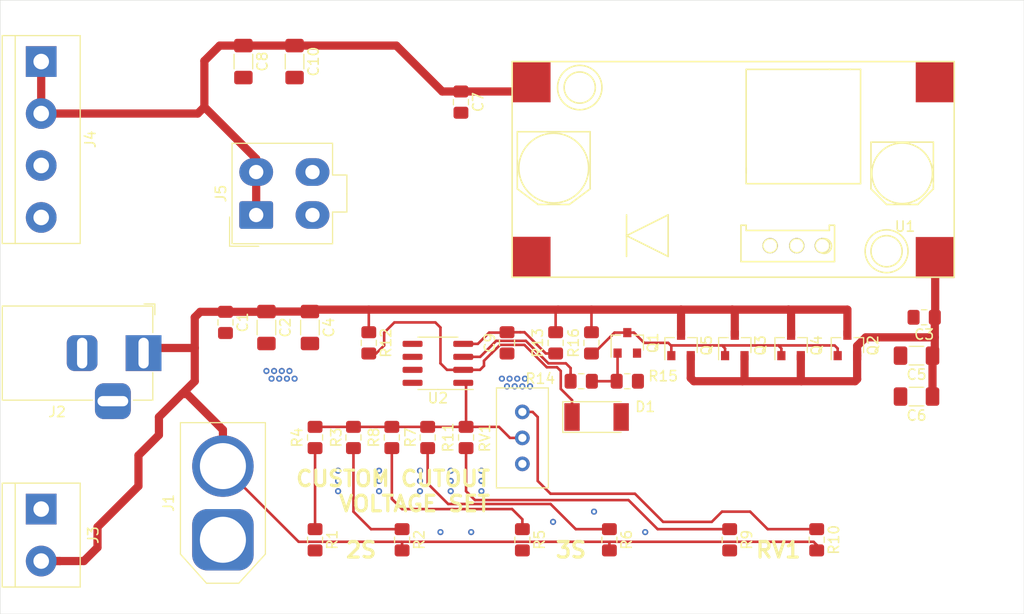
<source format=kicad_pcb>
(kicad_pcb (version 20171130) (host pcbnew 5.1.10-88a1d61d58~90~ubuntu20.04.1)

  (general
    (thickness 1.6002)
    (drawings 11)
    (tracks 223)
    (zones 0)
    (modules 44)
    (nets 19)
  )

  (page USLetter)
  (title_block
    (rev 1)
  )

  (layers
    (0 Front signal)
    (1 In1.Cu signal)
    (2 In2.Cu signal)
    (31 Back signal)
    (34 B.Paste user hide)
    (35 F.Paste user)
    (36 B.SilkS user)
    (37 F.SilkS user)
    (38 B.Mask user)
    (39 F.Mask user)
    (44 Edge.Cuts user)
    (45 Margin user)
    (46 B.CrtYd user)
    (47 F.CrtYd user)
    (49 F.Fab user hide)
  )

  (setup
    (last_trace_width 0.8)
    (user_trace_width 0.15)
    (user_trace_width 0.2)
    (user_trace_width 0.254)
    (user_trace_width 0.4)
    (user_trace_width 0.6)
    (user_trace_width 0.8)
    (user_trace_width 1)
    (trace_clearance 0.127)
    (zone_clearance 0.508)
    (zone_45_only no)
    (trace_min 0.127)
    (via_size 0.6)
    (via_drill 0.3)
    (via_min_size 0.6)
    (via_min_drill 0.3)
    (user_via 0.6 0.3)
    (user_via 0.9 0.4)
    (uvia_size 0.6858)
    (uvia_drill 0.3302)
    (uvias_allowed no)
    (uvia_min_size 0)
    (uvia_min_drill 0)
    (edge_width 0.0381)
    (segment_width 0.254)
    (pcb_text_width 0.3048)
    (pcb_text_size 1.524 1.524)
    (mod_edge_width 0.1524)
    (mod_text_size 0.8128 0.8128)
    (mod_text_width 0.1524)
    (pad_size 1.524 1.524)
    (pad_drill 0.762)
    (pad_to_mask_clearance 0)
    (solder_mask_min_width 0.12)
    (aux_axis_origin 0 0)
    (visible_elements FEFFFF7F)
    (pcbplotparams
      (layerselection 0x010fc_ffffffff)
      (usegerberextensions false)
      (usegerberattributes false)
      (usegerberadvancedattributes false)
      (creategerberjobfile false)
      (excludeedgelayer true)
      (linewidth 0.152400)
      (plotframeref false)
      (viasonmask false)
      (mode 1)
      (useauxorigin false)
      (hpglpennumber 1)
      (hpglpenspeed 20)
      (hpglpendiameter 15.000000)
      (psnegative false)
      (psa4output false)
      (plotreference true)
      (plotvalue false)
      (plotinvisibletext false)
      (padsonsilk false)
      (subtractmaskfromsilk true)
      (outputformat 1)
      (mirror false)
      (drillshape 0)
      (scaleselection 1)
      (outputdirectory "./gerbers"))
  )

  (net 0 "")
  (net 1 +BATT)
  (net 2 GND)
  (net 3 +VDC)
  (net 4 GND1)
  (net 5 VCC1)
  (net 6 "Net-(D1-Pad1)")
  (net 7 "Net-(Q1-Pad3)")
  (net 8 "Net-(Q1-Pad1)")
  (net 9 "Net-(R1-Pad1)")
  (net 10 "Net-(R2-Pad1)")
  (net 11 "Net-(R11-Pad1)")
  (net 12 "Net-(R5-Pad1)")
  (net 13 "Net-(R6-Pad1)")
  (net 14 "Net-(R11-Pad2)")
  (net 15 "Net-(R10-Pad1)")
  (net 16 "Net-(R14-Pad1)")
  (net 17 "Net-(RV1-Pad3)")
  (net 18 "Net-(C9-Pad2)")

  (net_class Default "This is the default net class."
    (clearance 0.127)
    (trace_width 0.127)
    (via_dia 0.6)
    (via_drill 0.3)
    (uvia_dia 0.6858)
    (uvia_drill 0.3302)
    (diff_pair_width 0.1524)
    (diff_pair_gap 0.254)
    (add_net +BATT)
    (add_net +VDC)
    (add_net GND)
    (add_net GND1)
    (add_net "Net-(C9-Pad2)")
    (add_net "Net-(D1-Pad1)")
    (add_net "Net-(Q1-Pad1)")
    (add_net "Net-(Q1-Pad3)")
    (add_net "Net-(R1-Pad1)")
    (add_net "Net-(R10-Pad1)")
    (add_net "Net-(R11-Pad1)")
    (add_net "Net-(R11-Pad2)")
    (add_net "Net-(R14-Pad1)")
    (add_net "Net-(R2-Pad1)")
    (add_net "Net-(R5-Pad1)")
    (add_net "Net-(R6-Pad1)")
    (add_net "Net-(RV1-Pad3)")
    (add_net VCC1)
  )

  (module TerminalBlock:TerminalBlock_bornier-4_P5.08mm (layer Front) (tedit 59FF03D1) (tstamp 615864A5)
    (at 4 46 270)
    (descr "simple 4-pin terminal block, pitch 5.08mm, revamped version of bornier4")
    (tags "terminal block bornier4")
    (path /61590C39)
    (fp_text reference J4 (at 7.6 -4.8 90) (layer F.SilkS)
      (effects (font (size 1 1) (thickness 0.15)))
    )
    (fp_text value Screw_Terminal_01x04 (at 7.6 4.75 90) (layer F.Fab)
      (effects (font (size 1 1) (thickness 0.15)))
    )
    (fp_line (start 17.97 4) (end -2.73 4) (layer F.CrtYd) (width 0.05))
    (fp_line (start 17.97 4) (end 17.97 -4) (layer F.CrtYd) (width 0.05))
    (fp_line (start -2.73 -4) (end -2.73 4) (layer F.CrtYd) (width 0.05))
    (fp_line (start -2.73 -4) (end 17.97 -4) (layer F.CrtYd) (width 0.05))
    (fp_line (start -2.54 3.81) (end 17.78 3.81) (layer F.SilkS) (width 0.12))
    (fp_line (start -2.54 -3.81) (end 17.78 -3.81) (layer F.SilkS) (width 0.12))
    (fp_line (start 17.78 2.54) (end -2.54 2.54) (layer F.SilkS) (width 0.12))
    (fp_line (start 17.78 3.81) (end 17.78 -3.81) (layer F.SilkS) (width 0.12))
    (fp_line (start -2.54 -3.81) (end -2.54 3.81) (layer F.SilkS) (width 0.12))
    (fp_line (start 17.72 3.75) (end -2.43 3.75) (layer F.Fab) (width 0.1))
    (fp_line (start 17.72 -3.75) (end 17.72 3.75) (layer F.Fab) (width 0.1))
    (fp_line (start -2.48 -3.75) (end 17.72 -3.75) (layer F.Fab) (width 0.1))
    (fp_line (start -2.48 3.75) (end -2.48 -3.75) (layer F.Fab) (width 0.1))
    (fp_line (start -2.43 3.75) (end -2.48 3.75) (layer F.Fab) (width 0.1))
    (fp_line (start -2.48 2.55) (end 17.72 2.55) (layer F.Fab) (width 0.1))
    (fp_text user %R (at 7.62 0 90) (layer F.Fab)
      (effects (font (size 1 1) (thickness 0.15)))
    )
    (pad 2 thru_hole circle (at 5.08 0 270) (size 3 3) (drill 1.52) (layers *.Cu *.Mask)
      (net 5 VCC1))
    (pad 3 thru_hole circle (at 10.16 0 270) (size 3 3) (drill 1.52) (layers *.Cu *.Mask)
      (net 4 GND1))
    (pad 1 thru_hole rect (at 0 0 270) (size 3 3) (drill 1.52) (layers *.Cu *.Mask)
      (net 5 VCC1))
    (pad 4 thru_hole circle (at 15.24 0 270) (size 3 3) (drill 1.52) (layers *.Cu *.Mask)
      (net 4 GND1))
    (model ${KISYS3DMOD}/TerminalBlock.3dshapes/TerminalBlock_bornier-4_P5.08mm.wrl
      (offset (xyz 7.619999885559082 0 0))
      (scale (xyz 1 1 1))
      (rotate (xyz 0 0 0))
    )
  )

  (module Connector_BarrelJack:BarrelJack_Horizontal (layer Front) (tedit 5A1DBF6A) (tstamp 61583DD8)
    (at 14 74.5)
    (descr "DC Barrel Jack")
    (tags "Power Jack")
    (path /61722371)
    (fp_text reference J2 (at -8.45 5.75) (layer F.SilkS)
      (effects (font (size 1 1) (thickness 0.15)))
    )
    (fp_text value Barrel_Jack (at -6.2 -5.5) (layer F.Fab)
      (effects (font (size 1 1) (thickness 0.15)))
    )
    (fp_line (start 0 -4.5) (end -13.7 -4.5) (layer F.Fab) (width 0.1))
    (fp_line (start 0.8 4.5) (end 0.8 -3.75) (layer F.Fab) (width 0.1))
    (fp_line (start -13.7 4.5) (end 0.8 4.5) (layer F.Fab) (width 0.1))
    (fp_line (start -13.7 -4.5) (end -13.7 4.5) (layer F.Fab) (width 0.1))
    (fp_line (start -10.2 -4.5) (end -10.2 4.5) (layer F.Fab) (width 0.1))
    (fp_line (start 0.9 -4.6) (end 0.9 -2) (layer F.SilkS) (width 0.12))
    (fp_line (start -13.8 -4.6) (end 0.9 -4.6) (layer F.SilkS) (width 0.12))
    (fp_line (start 0.9 4.6) (end -1 4.6) (layer F.SilkS) (width 0.12))
    (fp_line (start 0.9 1.9) (end 0.9 4.6) (layer F.SilkS) (width 0.12))
    (fp_line (start -13.8 4.6) (end -13.8 -4.6) (layer F.SilkS) (width 0.12))
    (fp_line (start -5 4.6) (end -13.8 4.6) (layer F.SilkS) (width 0.12))
    (fp_line (start -14 4.75) (end -14 -4.75) (layer F.CrtYd) (width 0.05))
    (fp_line (start -5 4.75) (end -14 4.75) (layer F.CrtYd) (width 0.05))
    (fp_line (start -5 6.75) (end -5 4.75) (layer F.CrtYd) (width 0.05))
    (fp_line (start -1 6.75) (end -5 6.75) (layer F.CrtYd) (width 0.05))
    (fp_line (start -1 4.75) (end -1 6.75) (layer F.CrtYd) (width 0.05))
    (fp_line (start 1 4.75) (end -1 4.75) (layer F.CrtYd) (width 0.05))
    (fp_line (start 1 2) (end 1 4.75) (layer F.CrtYd) (width 0.05))
    (fp_line (start 2 2) (end 1 2) (layer F.CrtYd) (width 0.05))
    (fp_line (start 2 -2) (end 2 2) (layer F.CrtYd) (width 0.05))
    (fp_line (start 1 -2) (end 2 -2) (layer F.CrtYd) (width 0.05))
    (fp_line (start 1 -4.5) (end 1 -2) (layer F.CrtYd) (width 0.05))
    (fp_line (start 1 -4.75) (end -14 -4.75) (layer F.CrtYd) (width 0.05))
    (fp_line (start 1 -4.5) (end 1 -4.75) (layer F.CrtYd) (width 0.05))
    (fp_line (start 0.05 -4.8) (end 1.1 -4.8) (layer F.SilkS) (width 0.12))
    (fp_line (start 1.1 -3.75) (end 1.1 -4.8) (layer F.SilkS) (width 0.12))
    (fp_line (start -0.003213 -4.505425) (end 0.8 -3.75) (layer F.Fab) (width 0.1))
    (fp_text user %R (at -3 -2.95) (layer F.Fab)
      (effects (font (size 1 1) (thickness 0.15)))
    )
    (pad 1 thru_hole rect (at 0 0) (size 3.5 3.5) (drill oval 1 3) (layers *.Cu *.Mask)
      (net 1 +BATT))
    (pad 2 thru_hole roundrect (at -6 0) (size 3 3.5) (drill oval 1 3) (layers *.Cu *.Mask) (roundrect_rratio 0.25)
      (net 2 GND))
    (pad 3 thru_hole roundrect (at -3 4.7) (size 3.5 3.5) (drill oval 3 1) (layers *.Cu *.Mask) (roundrect_rratio 0.25))
    (model ${KISYS3DMOD}/Connector_BarrelJack.3dshapes/BarrelJack_Horizontal.wrl
      (at (xyz 0 0 0))
      (scale (xyz 1 1 1))
      (rotate (xyz 0 0 0))
    )
  )

  (module misc_standard:XL6009_module_SMT (layer Front) (tedit 569E2A66) (tstamp 6158459B)
    (at 50 46 180)
    (path /6152E5F7)
    (fp_text reference U1 (at -38.375 -16.125) (layer F.SilkS)
      (effects (font (size 1 1) (thickness 0.15)))
    )
    (fp_text value XL6009_module (at -22.9 -7.075) (layer F.Fab)
      (effects (font (size 1 1) (thickness 0.15)))
    )
    (fp_line (start -43.18 -21.082) (end 0 -21.082) (layer F.SilkS) (width 0.15))
    (fp_line (start 0 0) (end 0 -21.082) (layer F.SilkS) (width 0.15))
    (fp_line (start -43.18 0) (end -43.18 -21.082) (layer F.SilkS) (width 0.15))
    (fp_line (start 0 0) (end -43.18 0) (layer F.SilkS) (width 0.15))
    (fp_circle (center -4.064 -10.414) (end -1.016 -11.938) (layer F.SilkS) (width 0.15))
    (fp_circle (center -38.1 -10.922) (end -35.56 -12.446) (layer F.SilkS) (width 0.15))
    (fp_line (start -22.86 -0.762) (end -30.988 -0.762) (layer F.SilkS) (width 0.15))
    (fp_line (start -22.86 -10.922) (end -22.86 -0.762) (layer F.SilkS) (width 0.15))
    (fp_line (start -22.86 -11.938) (end -22.86 -10.414) (layer F.SilkS) (width 0.15))
    (fp_line (start -34.036 -11.938) (end -22.86 -11.938) (layer F.SilkS) (width 0.15))
    (fp_line (start -34.036 -0.762) (end -34.036 -11.938) (layer F.SilkS) (width 0.15))
    (fp_line (start -33.02 -0.762) (end -34.036 -0.762) (layer F.SilkS) (width 0.15))
    (fp_line (start -30.988 -0.762) (end -33.02 -0.762) (layer F.SilkS) (width 0.15))
    (fp_line (start -2.54 -13.97) (end -0.508 -12.446) (layer F.SilkS) (width 0.15))
    (fp_line (start -5.588 -13.97) (end -2.54 -13.97) (layer F.SilkS) (width 0.15))
    (fp_line (start -7.62 -12.446) (end -5.588 -13.97) (layer F.SilkS) (width 0.15))
    (fp_line (start -7.62 -6.858) (end -7.62 -12.446) (layer F.SilkS) (width 0.15))
    (fp_line (start -0.508 -6.858) (end -7.62 -6.858) (layer F.SilkS) (width 0.15))
    (fp_line (start -0.508 -12.446) (end -0.508 -6.858) (layer F.SilkS) (width 0.15))
    (fp_line (start -41.148 -12.446) (end -41.148 -7.874) (layer F.SilkS) (width 0.15))
    (fp_line (start -39.624 -13.97) (end -41.148 -12.446) (layer F.SilkS) (width 0.15))
    (fp_line (start -36.576 -13.97) (end -39.624 -13.97) (layer F.SilkS) (width 0.15))
    (fp_line (start -35.052 -12.446) (end -36.576 -13.97) (layer F.SilkS) (width 0.15))
    (fp_line (start -35.052 -7.874) (end -35.052 -12.446) (layer F.SilkS) (width 0.15))
    (fp_line (start -41.148 -7.874) (end -35.052 -7.874) (layer F.SilkS) (width 0.15))
    (fp_line (start -22.352 -19.558) (end -31.496 -19.558) (layer F.SilkS) (width 0.15))
    (fp_line (start -22.352 -16.002) (end -22.352 -19.558) (layer F.SilkS) (width 0.15))
    (fp_line (start -22.86 -16.002) (end -22.352 -16.002) (layer F.SilkS) (width 0.15))
    (fp_line (start -22.86 -16.51) (end -22.86 -16.002) (layer F.SilkS) (width 0.15))
    (fp_line (start -30.988 -16.51) (end -22.86 -16.51) (layer F.SilkS) (width 0.15))
    (fp_line (start -30.988 -16.002) (end -30.988 -16.51) (layer F.SilkS) (width 0.15))
    (fp_line (start -31.496 -16.002) (end -30.988 -16.002) (layer F.SilkS) (width 0.15))
    (fp_line (start -31.496 -19.558) (end -31.496 -16.002) (layer F.SilkS) (width 0.15))
    (fp_circle (center -30.48 -18.034) (end -29.972 -18.542) (layer F.SilkS) (width 0.15))
    (fp_line (start -30.988 -17.526) (end -29.972 -18.542) (layer F.SilkS) (width 0.15))
    (fp_line (start -11.176 -17.018) (end -15.24 -19.05) (layer F.SilkS) (width 0.15))
    (fp_line (start -15.24 -14.986) (end -11.176 -17.018) (layer F.SilkS) (width 0.15))
    (fp_line (start -15.24 -19.05) (end -15.24 -14.986) (layer F.SilkS) (width 0.15))
    (fp_line (start -11.176 -19.05) (end -11.176 -14.986) (layer F.SilkS) (width 0.15))
    (fp_circle (center -36.576 -18.542) (end -36.576 -20.066) (layer F.SilkS) (width 0.15))
    (fp_circle (center -36.576 -18.542) (end -37.084 -20.574) (layer F.SilkS) (width 0.15))
    (fp_circle (center -6.604 -2.54) (end -6.604 -1.016) (layer F.SilkS) (width 0.15))
    (fp_circle (center -6.604 -2.54) (end -5.842 -0.508) (layer F.SilkS) (width 0.15))
    (pad "" thru_hole circle (at -25.2 -18 180) (size 1.5 1.5) (drill 1.25) (layers *.Cu *.Mask F.SilkS))
    (pad "" thru_hole circle (at -27.8 -18 180) (size 1.5 1.5) (drill 1.25) (layers *.Cu *.Mask F.SilkS))
    (pad 1 smd rect (at -41.3258 -19.1516 180) (size 3.8 4) (layers Front F.Paste F.Mask)
      (net 3 +VDC))
    (pad 2 smd rect (at -41.3258 -1.9812 180) (size 3.8 4) (layers Front F.Paste F.Mask)
      (net 2 GND))
    (pad 3 smd rect (at -1.8542 -1.9812 180) (size 3.8 4) (layers Front F.Paste F.Mask)
      (net 5 VCC1))
    (pad 4 smd rect (at -1.8542 -19.1262 180) (size 3.8 4) (layers Front F.Paste F.Mask)
      (net 4 GND1))
    (pad "" thru_hole circle (at -30.3 -18 180) (size 1.5 1.5) (drill 1.25) (layers *.Cu *.Mask F.SilkS))
  )

  (module Capacitor_SMD:C_0805_2012Metric_Pad1.18x1.45mm_HandSolder (layer Front) (tedit 5F68FEEF) (tstamp 61583CE2)
    (at 22 71.5 270)
    (descr "Capacitor SMD 0805 (2012 Metric), square (rectangular) end terminal, IPC_7351 nominal with elongated pad for handsoldering. (Body size source: IPC-SM-782 page 76, https://www.pcb-3d.com/wordpress/wp-content/uploads/ipc-sm-782a_amendment_1_and_2.pdf, https://docs.google.com/spreadsheets/d/1BsfQQcO9C6DZCsRaXUlFlo91Tg2WpOkGARC1WS5S8t0/edit?usp=sharing), generated with kicad-footprint-generator")
    (tags "capacitor handsolder")
    (path /615CD2CE)
    (attr smd)
    (fp_text reference C1 (at 0 -1.68 90) (layer F.SilkS)
      (effects (font (size 1 1) (thickness 0.15)))
    )
    (fp_text value "100n 50V" (at 0 1.68 90) (layer F.Fab)
      (effects (font (size 1 1) (thickness 0.15)))
    )
    (fp_line (start 1.88 0.98) (end -1.88 0.98) (layer F.CrtYd) (width 0.05))
    (fp_line (start 1.88 -0.98) (end 1.88 0.98) (layer F.CrtYd) (width 0.05))
    (fp_line (start -1.88 -0.98) (end 1.88 -0.98) (layer F.CrtYd) (width 0.05))
    (fp_line (start -1.88 0.98) (end -1.88 -0.98) (layer F.CrtYd) (width 0.05))
    (fp_line (start -0.261252 0.735) (end 0.261252 0.735) (layer F.SilkS) (width 0.12))
    (fp_line (start -0.261252 -0.735) (end 0.261252 -0.735) (layer F.SilkS) (width 0.12))
    (fp_line (start 1 0.625) (end -1 0.625) (layer F.Fab) (width 0.1))
    (fp_line (start 1 -0.625) (end 1 0.625) (layer F.Fab) (width 0.1))
    (fp_line (start -1 -0.625) (end 1 -0.625) (layer F.Fab) (width 0.1))
    (fp_line (start -1 0.625) (end -1 -0.625) (layer F.Fab) (width 0.1))
    (fp_text user %R (at 0 0 90) (layer F.Fab)
      (effects (font (size 0.5 0.5) (thickness 0.08)))
    )
    (pad 1 smd roundrect (at -1.0375 0 270) (size 1.175 1.45) (layers Front F.Paste F.Mask) (roundrect_rratio 0.212766)
      (net 1 +BATT))
    (pad 2 smd roundrect (at 1.0375 0 270) (size 1.175 1.45) (layers Front F.Paste F.Mask) (roundrect_rratio 0.212766)
      (net 2 GND))
    (model ${KISYS3DMOD}/Capacitor_SMD.3dshapes/C_0805_2012Metric.wrl
      (at (xyz 0 0 0))
      (scale (xyz 1 1 1))
      (rotate (xyz 0 0 0))
    )
  )

  (module Capacitor_SMD:C_1206_3216Metric_Pad1.33x1.80mm_HandSolder (layer Front) (tedit 5F68FEEF) (tstamp 61583C94)
    (at 26 72 270)
    (descr "Capacitor SMD 1206 (3216 Metric), square (rectangular) end terminal, IPC_7351 nominal with elongated pad for handsoldering. (Body size source: IPC-SM-782 page 76, https://www.pcb-3d.com/wordpress/wp-content/uploads/ipc-sm-782a_amendment_1_and_2.pdf), generated with kicad-footprint-generator")
    (tags "capacitor handsolder")
    (path /615CC7DC)
    (attr smd)
    (fp_text reference C2 (at 0 -1.85 90) (layer F.SilkS)
      (effects (font (size 1 1) (thickness 0.15)))
    )
    (fp_text value "10u 50V" (at 0 1.85 90) (layer F.Fab)
      (effects (font (size 1 1) (thickness 0.15)))
    )
    (fp_text user %R (at 0 0 90) (layer F.Fab)
      (effects (font (size 0.8 0.8) (thickness 0.12)))
    )
    (fp_line (start -1.6 0.8) (end -1.6 -0.8) (layer F.Fab) (width 0.1))
    (fp_line (start -1.6 -0.8) (end 1.6 -0.8) (layer F.Fab) (width 0.1))
    (fp_line (start 1.6 -0.8) (end 1.6 0.8) (layer F.Fab) (width 0.1))
    (fp_line (start 1.6 0.8) (end -1.6 0.8) (layer F.Fab) (width 0.1))
    (fp_line (start -0.711252 -0.91) (end 0.711252 -0.91) (layer F.SilkS) (width 0.12))
    (fp_line (start -0.711252 0.91) (end 0.711252 0.91) (layer F.SilkS) (width 0.12))
    (fp_line (start -2.48 1.15) (end -2.48 -1.15) (layer F.CrtYd) (width 0.05))
    (fp_line (start -2.48 -1.15) (end 2.48 -1.15) (layer F.CrtYd) (width 0.05))
    (fp_line (start 2.48 -1.15) (end 2.48 1.15) (layer F.CrtYd) (width 0.05))
    (fp_line (start 2.48 1.15) (end -2.48 1.15) (layer F.CrtYd) (width 0.05))
    (pad 2 smd roundrect (at 1.5625 0 270) (size 1.325 1.8) (layers Front F.Paste F.Mask) (roundrect_rratio 0.188679)
      (net 2 GND))
    (pad 1 smd roundrect (at -1.5625 0 270) (size 1.325 1.8) (layers Front F.Paste F.Mask) (roundrect_rratio 0.188679)
      (net 1 +BATT))
    (model ${KISYS3DMOD}/Capacitor_SMD.3dshapes/C_1206_3216Metric.wrl
      (at (xyz 0 0 0))
      (scale (xyz 1 1 1))
      (rotate (xyz 0 0 0))
    )
  )

  (module Capacitor_SMD:C_0805_2012Metric_Pad1.18x1.45mm_HandSolder (layer Front) (tedit 5F68FEEF) (tstamp 61583C4F)
    (at 90.25 71 180)
    (descr "Capacitor SMD 0805 (2012 Metric), square (rectangular) end terminal, IPC_7351 nominal with elongated pad for handsoldering. (Body size source: IPC-SM-782 page 76, https://www.pcb-3d.com/wordpress/wp-content/uploads/ipc-sm-782a_amendment_1_and_2.pdf, https://docs.google.com/spreadsheets/d/1BsfQQcO9C6DZCsRaXUlFlo91Tg2WpOkGARC1WS5S8t0/edit?usp=sharing), generated with kicad-footprint-generator")
    (tags "capacitor handsolder")
    (path /615B6251)
    (attr smd)
    (fp_text reference C3 (at 0 -1.68) (layer F.SilkS)
      (effects (font (size 1 1) (thickness 0.15)))
    )
    (fp_text value "100n 50V" (at 0 1.68) (layer F.Fab)
      (effects (font (size 1 1) (thickness 0.15)))
    )
    (fp_text user %R (at 0 0) (layer F.Fab)
      (effects (font (size 0.5 0.5) (thickness 0.08)))
    )
    (fp_line (start -1 0.625) (end -1 -0.625) (layer F.Fab) (width 0.1))
    (fp_line (start -1 -0.625) (end 1 -0.625) (layer F.Fab) (width 0.1))
    (fp_line (start 1 -0.625) (end 1 0.625) (layer F.Fab) (width 0.1))
    (fp_line (start 1 0.625) (end -1 0.625) (layer F.Fab) (width 0.1))
    (fp_line (start -0.261252 -0.735) (end 0.261252 -0.735) (layer F.SilkS) (width 0.12))
    (fp_line (start -0.261252 0.735) (end 0.261252 0.735) (layer F.SilkS) (width 0.12))
    (fp_line (start -1.88 0.98) (end -1.88 -0.98) (layer F.CrtYd) (width 0.05))
    (fp_line (start -1.88 -0.98) (end 1.88 -0.98) (layer F.CrtYd) (width 0.05))
    (fp_line (start 1.88 -0.98) (end 1.88 0.98) (layer F.CrtYd) (width 0.05))
    (fp_line (start 1.88 0.98) (end -1.88 0.98) (layer F.CrtYd) (width 0.05))
    (pad 2 smd roundrect (at 1.0375 0 180) (size 1.175 1.45) (layers Front F.Paste F.Mask) (roundrect_rratio 0.212766)
      (net 2 GND))
    (pad 1 smd roundrect (at -1.0375 0 180) (size 1.175 1.45) (layers Front F.Paste F.Mask) (roundrect_rratio 0.212766)
      (net 3 +VDC))
    (model ${KISYS3DMOD}/Capacitor_SMD.3dshapes/C_0805_2012Metric.wrl
      (at (xyz 0 0 0))
      (scale (xyz 1 1 1))
      (rotate (xyz 0 0 0))
    )
  )

  (module Capacitor_SMD:C_1206_3216Metric_Pad1.33x1.80mm_HandSolder (layer Front) (tedit 5F68FEEF) (tstamp 61583BF8)
    (at 30.25 72 270)
    (descr "Capacitor SMD 1206 (3216 Metric), square (rectangular) end terminal, IPC_7351 nominal with elongated pad for handsoldering. (Body size source: IPC-SM-782 page 76, https://www.pcb-3d.com/wordpress/wp-content/uploads/ipc-sm-782a_amendment_1_and_2.pdf), generated with kicad-footprint-generator")
    (tags "capacitor handsolder")
    (path /615F4D2F)
    (attr smd)
    (fp_text reference C4 (at 0 -1.85 90) (layer F.SilkS)
      (effects (font (size 1 1) (thickness 0.15)))
    )
    (fp_text value "10u 50V" (at 0 1.85 90) (layer F.Fab)
      (effects (font (size 1 1) (thickness 0.15)))
    )
    (fp_line (start 2.48 1.15) (end -2.48 1.15) (layer F.CrtYd) (width 0.05))
    (fp_line (start 2.48 -1.15) (end 2.48 1.15) (layer F.CrtYd) (width 0.05))
    (fp_line (start -2.48 -1.15) (end 2.48 -1.15) (layer F.CrtYd) (width 0.05))
    (fp_line (start -2.48 1.15) (end -2.48 -1.15) (layer F.CrtYd) (width 0.05))
    (fp_line (start -0.711252 0.91) (end 0.711252 0.91) (layer F.SilkS) (width 0.12))
    (fp_line (start -0.711252 -0.91) (end 0.711252 -0.91) (layer F.SilkS) (width 0.12))
    (fp_line (start 1.6 0.8) (end -1.6 0.8) (layer F.Fab) (width 0.1))
    (fp_line (start 1.6 -0.8) (end 1.6 0.8) (layer F.Fab) (width 0.1))
    (fp_line (start -1.6 -0.8) (end 1.6 -0.8) (layer F.Fab) (width 0.1))
    (fp_line (start -1.6 0.8) (end -1.6 -0.8) (layer F.Fab) (width 0.1))
    (fp_text user %R (at 0 0 90) (layer F.Fab)
      (effects (font (size 0.8 0.8) (thickness 0.12)))
    )
    (pad 1 smd roundrect (at -1.5625 0 270) (size 1.325 1.8) (layers Front F.Paste F.Mask) (roundrect_rratio 0.188679)
      (net 1 +BATT))
    (pad 2 smd roundrect (at 1.5625 0 270) (size 1.325 1.8) (layers Front F.Paste F.Mask) (roundrect_rratio 0.188679)
      (net 2 GND))
    (model ${KISYS3DMOD}/Capacitor_SMD.3dshapes/C_1206_3216Metric.wrl
      (at (xyz 0 0 0))
      (scale (xyz 1 1 1))
      (rotate (xyz 0 0 0))
    )
  )

  (module Capacitor_SMD:C_1206_3216Metric_Pad1.33x1.80mm_HandSolder (layer Front) (tedit 5F68FEEF) (tstamp 61583BB9)
    (at 89.5 74.75 180)
    (descr "Capacitor SMD 1206 (3216 Metric), square (rectangular) end terminal, IPC_7351 nominal with elongated pad for handsoldering. (Body size source: IPC-SM-782 page 76, https://www.pcb-3d.com/wordpress/wp-content/uploads/ipc-sm-782a_amendment_1_and_2.pdf), generated with kicad-footprint-generator")
    (tags "capacitor handsolder")
    (path /615F510C)
    (attr smd)
    (fp_text reference C5 (at 0 -1.85) (layer F.SilkS)
      (effects (font (size 1 1) (thickness 0.15)))
    )
    (fp_text value "10u 50V" (at 0 1.85) (layer F.Fab)
      (effects (font (size 1 1) (thickness 0.15)))
    )
    (fp_text user %R (at 0 0) (layer F.Fab)
      (effects (font (size 0.8 0.8) (thickness 0.12)))
    )
    (fp_line (start -1.6 0.8) (end -1.6 -0.8) (layer F.Fab) (width 0.1))
    (fp_line (start -1.6 -0.8) (end 1.6 -0.8) (layer F.Fab) (width 0.1))
    (fp_line (start 1.6 -0.8) (end 1.6 0.8) (layer F.Fab) (width 0.1))
    (fp_line (start 1.6 0.8) (end -1.6 0.8) (layer F.Fab) (width 0.1))
    (fp_line (start -0.711252 -0.91) (end 0.711252 -0.91) (layer F.SilkS) (width 0.12))
    (fp_line (start -0.711252 0.91) (end 0.711252 0.91) (layer F.SilkS) (width 0.12))
    (fp_line (start -2.48 1.15) (end -2.48 -1.15) (layer F.CrtYd) (width 0.05))
    (fp_line (start -2.48 -1.15) (end 2.48 -1.15) (layer F.CrtYd) (width 0.05))
    (fp_line (start 2.48 -1.15) (end 2.48 1.15) (layer F.CrtYd) (width 0.05))
    (fp_line (start 2.48 1.15) (end -2.48 1.15) (layer F.CrtYd) (width 0.05))
    (pad 2 smd roundrect (at 1.5625 0 180) (size 1.325 1.8) (layers Front F.Paste F.Mask) (roundrect_rratio 0.188679)
      (net 2 GND))
    (pad 1 smd roundrect (at -1.5625 0 180) (size 1.325 1.8) (layers Front F.Paste F.Mask) (roundrect_rratio 0.188679)
      (net 3 +VDC))
    (model ${KISYS3DMOD}/Capacitor_SMD.3dshapes/C_1206_3216Metric.wrl
      (at (xyz 0 0 0))
      (scale (xyz 1 1 1))
      (rotate (xyz 0 0 0))
    )
  )

  (module Capacitor_SMD:C_1206_3216Metric_Pad1.33x1.80mm_HandSolder (layer Front) (tedit 5F68FEEF) (tstamp 61583B7A)
    (at 89.5 78.75 180)
    (descr "Capacitor SMD 1206 (3216 Metric), square (rectangular) end terminal, IPC_7351 nominal with elongated pad for handsoldering. (Body size source: IPC-SM-782 page 76, https://www.pcb-3d.com/wordpress/wp-content/uploads/ipc-sm-782a_amendment_1_and_2.pdf), generated with kicad-footprint-generator")
    (tags "capacitor handsolder")
    (path /615F8C6F)
    (attr smd)
    (fp_text reference C6 (at 0 -1.85) (layer F.SilkS)
      (effects (font (size 1 1) (thickness 0.15)))
    )
    (fp_text value "10u 50V" (at 0 1.85) (layer F.Fab)
      (effects (font (size 1 1) (thickness 0.15)))
    )
    (fp_line (start 2.48 1.15) (end -2.48 1.15) (layer F.CrtYd) (width 0.05))
    (fp_line (start 2.48 -1.15) (end 2.48 1.15) (layer F.CrtYd) (width 0.05))
    (fp_line (start -2.48 -1.15) (end 2.48 -1.15) (layer F.CrtYd) (width 0.05))
    (fp_line (start -2.48 1.15) (end -2.48 -1.15) (layer F.CrtYd) (width 0.05))
    (fp_line (start -0.711252 0.91) (end 0.711252 0.91) (layer F.SilkS) (width 0.12))
    (fp_line (start -0.711252 -0.91) (end 0.711252 -0.91) (layer F.SilkS) (width 0.12))
    (fp_line (start 1.6 0.8) (end -1.6 0.8) (layer F.Fab) (width 0.1))
    (fp_line (start 1.6 -0.8) (end 1.6 0.8) (layer F.Fab) (width 0.1))
    (fp_line (start -1.6 -0.8) (end 1.6 -0.8) (layer F.Fab) (width 0.1))
    (fp_line (start -1.6 0.8) (end -1.6 -0.8) (layer F.Fab) (width 0.1))
    (fp_text user %R (at 0 0) (layer F.Fab)
      (effects (font (size 0.8 0.8) (thickness 0.12)))
    )
    (pad 1 smd roundrect (at -1.5625 0 180) (size 1.325 1.8) (layers Front F.Paste F.Mask) (roundrect_rratio 0.188679)
      (net 3 +VDC))
    (pad 2 smd roundrect (at 1.5625 0 180) (size 1.325 1.8) (layers Front F.Paste F.Mask) (roundrect_rratio 0.188679)
      (net 2 GND))
    (model ${KISYS3DMOD}/Capacitor_SMD.3dshapes/C_1206_3216Metric.wrl
      (at (xyz 0 0 0))
      (scale (xyz 1 1 1))
      (rotate (xyz 0 0 0))
    )
  )

  (module Capacitor_SMD:C_0805_2012Metric_Pad1.18x1.45mm_HandSolder (layer Front) (tedit 5F68FEEF) (tstamp 61584114)
    (at 45 49.9625 270)
    (descr "Capacitor SMD 0805 (2012 Metric), square (rectangular) end terminal, IPC_7351 nominal with elongated pad for handsoldering. (Body size source: IPC-SM-782 page 76, https://www.pcb-3d.com/wordpress/wp-content/uploads/ipc-sm-782a_amendment_1_and_2.pdf, https://docs.google.com/spreadsheets/d/1BsfQQcO9C6DZCsRaXUlFlo91Tg2WpOkGARC1WS5S8t0/edit?usp=sharing), generated with kicad-footprint-generator")
    (tags "capacitor handsolder")
    (path /615B29CB)
    (attr smd)
    (fp_text reference C7 (at 0 -1.68 90) (layer F.SilkS)
      (effects (font (size 1 1) (thickness 0.15)))
    )
    (fp_text value "100n 50V" (at 0 1.68 90) (layer F.Fab)
      (effects (font (size 1 1) (thickness 0.15)))
    )
    (fp_line (start 1.88 0.98) (end -1.88 0.98) (layer F.CrtYd) (width 0.05))
    (fp_line (start 1.88 -0.98) (end 1.88 0.98) (layer F.CrtYd) (width 0.05))
    (fp_line (start -1.88 -0.98) (end 1.88 -0.98) (layer F.CrtYd) (width 0.05))
    (fp_line (start -1.88 0.98) (end -1.88 -0.98) (layer F.CrtYd) (width 0.05))
    (fp_line (start -0.261252 0.735) (end 0.261252 0.735) (layer F.SilkS) (width 0.12))
    (fp_line (start -0.261252 -0.735) (end 0.261252 -0.735) (layer F.SilkS) (width 0.12))
    (fp_line (start 1 0.625) (end -1 0.625) (layer F.Fab) (width 0.1))
    (fp_line (start 1 -0.625) (end 1 0.625) (layer F.Fab) (width 0.1))
    (fp_line (start -1 -0.625) (end 1 -0.625) (layer F.Fab) (width 0.1))
    (fp_line (start -1 0.625) (end -1 -0.625) (layer F.Fab) (width 0.1))
    (fp_text user %R (at 0 0 90) (layer F.Fab)
      (effects (font (size 0.5 0.5) (thickness 0.08)))
    )
    (pad 1 smd roundrect (at -1.0375 0 270) (size 1.175 1.45) (layers Front F.Paste F.Mask) (roundrect_rratio 0.212766)
      (net 5 VCC1))
    (pad 2 smd roundrect (at 1.0375 0 270) (size 1.175 1.45) (layers Front F.Paste F.Mask) (roundrect_rratio 0.212766)
      (net 4 GND1))
    (model ${KISYS3DMOD}/Capacitor_SMD.3dshapes/C_0805_2012Metric.wrl
      (at (xyz 0 0 0))
      (scale (xyz 1 1 1))
      (rotate (xyz 0 0 0))
    )
  )

  (module Capacitor_SMD:C_1206_3216Metric_Pad1.33x1.80mm_HandSolder (layer Front) (tedit 5F68FEEF) (tstamp 61583D12)
    (at 23.75 46 270)
    (descr "Capacitor SMD 1206 (3216 Metric), square (rectangular) end terminal, IPC_7351 nominal with elongated pad for handsoldering. (Body size source: IPC-SM-782 page 76, https://www.pcb-3d.com/wordpress/wp-content/uploads/ipc-sm-782a_amendment_1_and_2.pdf), generated with kicad-footprint-generator")
    (tags "capacitor handsolder")
    (path /615F8ED6)
    (attr smd)
    (fp_text reference C8 (at 0 -1.85 90) (layer F.SilkS)
      (effects (font (size 1 1) (thickness 0.15)))
    )
    (fp_text value "10u 50V" (at 0 1.85 90) (layer F.Fab)
      (effects (font (size 1 1) (thickness 0.15)))
    )
    (fp_text user %R (at 0 0 90) (layer F.Fab)
      (effects (font (size 0.8 0.8) (thickness 0.12)))
    )
    (fp_line (start -1.6 0.8) (end -1.6 -0.8) (layer F.Fab) (width 0.1))
    (fp_line (start -1.6 -0.8) (end 1.6 -0.8) (layer F.Fab) (width 0.1))
    (fp_line (start 1.6 -0.8) (end 1.6 0.8) (layer F.Fab) (width 0.1))
    (fp_line (start 1.6 0.8) (end -1.6 0.8) (layer F.Fab) (width 0.1))
    (fp_line (start -0.711252 -0.91) (end 0.711252 -0.91) (layer F.SilkS) (width 0.12))
    (fp_line (start -0.711252 0.91) (end 0.711252 0.91) (layer F.SilkS) (width 0.12))
    (fp_line (start -2.48 1.15) (end -2.48 -1.15) (layer F.CrtYd) (width 0.05))
    (fp_line (start -2.48 -1.15) (end 2.48 -1.15) (layer F.CrtYd) (width 0.05))
    (fp_line (start 2.48 -1.15) (end 2.48 1.15) (layer F.CrtYd) (width 0.05))
    (fp_line (start 2.48 1.15) (end -2.48 1.15) (layer F.CrtYd) (width 0.05))
    (pad 2 smd roundrect (at 1.5625 0 270) (size 1.325 1.8) (layers Front F.Paste F.Mask) (roundrect_rratio 0.188679)
      (net 4 GND1))
    (pad 1 smd roundrect (at -1.5625 0 270) (size 1.325 1.8) (layers Front F.Paste F.Mask) (roundrect_rratio 0.188679)
      (net 5 VCC1))
    (model ${KISYS3DMOD}/Capacitor_SMD.3dshapes/C_1206_3216Metric.wrl
      (at (xyz 0 0 0))
      (scale (xyz 1 1 1))
      (rotate (xyz 0 0 0))
    )
  )

  (module Capacitor_SMD:C_0805_2012Metric_Pad1.18x1.45mm_HandSolder (layer Front) (tedit 5F68FEEF) (tstamp 61583F22)
    (at 49.5 73.5 90)
    (descr "Capacitor SMD 0805 (2012 Metric), square (rectangular) end terminal, IPC_7351 nominal with elongated pad for handsoldering. (Body size source: IPC-SM-782 page 76, https://www.pcb-3d.com/wordpress/wp-content/uploads/ipc-sm-782a_amendment_1_and_2.pdf, https://docs.google.com/spreadsheets/d/1BsfQQcO9C6DZCsRaXUlFlo91Tg2WpOkGARC1WS5S8t0/edit?usp=sharing), generated with kicad-footprint-generator")
    (tags "capacitor handsolder")
    (path /6158311A)
    (attr smd)
    (fp_text reference C9 (at 0 -1.68 90) (layer F.SilkS)
      (effects (font (size 1 1) (thickness 0.15)))
    )
    (fp_text value "100n 50V" (at 0 1.68 90) (layer F.Fab)
      (effects (font (size 1 1) (thickness 0.15)))
    )
    (fp_line (start 1.88 0.98) (end -1.88 0.98) (layer F.CrtYd) (width 0.05))
    (fp_line (start 1.88 -0.98) (end 1.88 0.98) (layer F.CrtYd) (width 0.05))
    (fp_line (start -1.88 -0.98) (end 1.88 -0.98) (layer F.CrtYd) (width 0.05))
    (fp_line (start -1.88 0.98) (end -1.88 -0.98) (layer F.CrtYd) (width 0.05))
    (fp_line (start -0.261252 0.735) (end 0.261252 0.735) (layer F.SilkS) (width 0.12))
    (fp_line (start -0.261252 -0.735) (end 0.261252 -0.735) (layer F.SilkS) (width 0.12))
    (fp_line (start 1 0.625) (end -1 0.625) (layer F.Fab) (width 0.1))
    (fp_line (start 1 -0.625) (end 1 0.625) (layer F.Fab) (width 0.1))
    (fp_line (start -1 -0.625) (end 1 -0.625) (layer F.Fab) (width 0.1))
    (fp_line (start -1 0.625) (end -1 -0.625) (layer F.Fab) (width 0.1))
    (fp_text user %R (at 0 0 90) (layer F.Fab)
      (effects (font (size 0.5 0.5) (thickness 0.08)))
    )
    (pad 1 smd roundrect (at -1.0375 0 90) (size 1.175 1.45) (layers Front F.Paste F.Mask) (roundrect_rratio 0.212766)
      (net 2 GND))
    (pad 2 smd roundrect (at 1.0375 0 90) (size 1.175 1.45) (layers Front F.Paste F.Mask) (roundrect_rratio 0.212766)
      (net 18 "Net-(C9-Pad2)"))
    (model ${KISYS3DMOD}/Capacitor_SMD.3dshapes/C_0805_2012Metric.wrl
      (at (xyz 0 0 0))
      (scale (xyz 1 1 1))
      (rotate (xyz 0 0 0))
    )
  )

  (module Capacitor_SMD:C_1206_3216Metric_Pad1.33x1.80mm_HandSolder (layer Front) (tedit 5F68FEEF) (tstamp 61583EEC)
    (at 28.75 46 270)
    (descr "Capacitor SMD 1206 (3216 Metric), square (rectangular) end terminal, IPC_7351 nominal with elongated pad for handsoldering. (Body size source: IPC-SM-782 page 76, https://www.pcb-3d.com/wordpress/wp-content/uploads/ipc-sm-782a_amendment_1_and_2.pdf), generated with kicad-footprint-generator")
    (tags "capacitor handsolder")
    (path /615F9FD5)
    (attr smd)
    (fp_text reference C10 (at 0 -1.85 90) (layer F.SilkS)
      (effects (font (size 1 1) (thickness 0.15)))
    )
    (fp_text value "10u 50V" (at 0 1.85 90) (layer F.Fab)
      (effects (font (size 1 1) (thickness 0.15)))
    )
    (fp_line (start 2.48 1.15) (end -2.48 1.15) (layer F.CrtYd) (width 0.05))
    (fp_line (start 2.48 -1.15) (end 2.48 1.15) (layer F.CrtYd) (width 0.05))
    (fp_line (start -2.48 -1.15) (end 2.48 -1.15) (layer F.CrtYd) (width 0.05))
    (fp_line (start -2.48 1.15) (end -2.48 -1.15) (layer F.CrtYd) (width 0.05))
    (fp_line (start -0.711252 0.91) (end 0.711252 0.91) (layer F.SilkS) (width 0.12))
    (fp_line (start -0.711252 -0.91) (end 0.711252 -0.91) (layer F.SilkS) (width 0.12))
    (fp_line (start 1.6 0.8) (end -1.6 0.8) (layer F.Fab) (width 0.1))
    (fp_line (start 1.6 -0.8) (end 1.6 0.8) (layer F.Fab) (width 0.1))
    (fp_line (start -1.6 -0.8) (end 1.6 -0.8) (layer F.Fab) (width 0.1))
    (fp_line (start -1.6 0.8) (end -1.6 -0.8) (layer F.Fab) (width 0.1))
    (fp_text user %R (at 0 0 90) (layer F.Fab)
      (effects (font (size 0.8 0.8) (thickness 0.12)))
    )
    (pad 1 smd roundrect (at -1.5625 0 270) (size 1.325 1.8) (layers Front F.Paste F.Mask) (roundrect_rratio 0.188679)
      (net 5 VCC1))
    (pad 2 smd roundrect (at 1.5625 0 270) (size 1.325 1.8) (layers Front F.Paste F.Mask) (roundrect_rratio 0.188679)
      (net 4 GND1))
    (model ${KISYS3DMOD}/Capacitor_SMD.3dshapes/C_1206_3216Metric.wrl
      (at (xyz 0 0 0))
      (scale (xyz 1 1 1))
      (rotate (xyz 0 0 0))
    )
  )

  (module Diode_SMD:D_MELF (layer Front) (tedit 5905D864) (tstamp 61583EAB)
    (at 58.25 80.75)
    (descr "Diode, MELF,,")
    (tags "Diode MELF ")
    (path /6151E343)
    (attr smd)
    (fp_text reference D1 (at 4.75 -1) (layer F.SilkS)
      (effects (font (size 1 1) (thickness 0.15)))
    )
    (fp_text value 3.3V (at -0.25 2.5) (layer F.Fab)
      (effects (font (size 1 1) (thickness 0.15)))
    )
    (fp_line (start -3.4 1.6) (end -3.4 -1.6) (layer F.CrtYd) (width 0.05))
    (fp_line (start 3.4 1.6) (end -3.4 1.6) (layer F.CrtYd) (width 0.05))
    (fp_line (start 3.4 -1.6) (end 3.4 1.6) (layer F.CrtYd) (width 0.05))
    (fp_line (start -3.4 -1.6) (end 3.4 -1.6) (layer F.CrtYd) (width 0.05))
    (fp_line (start -0.64944 0.00102) (end 0.50118 -0.79908) (layer F.Fab) (width 0.1))
    (fp_line (start -0.64944 0.00102) (end 0.50118 0.75032) (layer F.Fab) (width 0.1))
    (fp_line (start 0.50118 0.75032) (end 0.50118 -0.79908) (layer F.Fab) (width 0.1))
    (fp_line (start -0.64944 -0.79908) (end -0.64944 0.80112) (layer F.Fab) (width 0.1))
    (fp_line (start 0.50118 0.00102) (end 1.4994 0.00102) (layer F.Fab) (width 0.1))
    (fp_line (start -0.64944 0.00102) (end -1.55114 0.00102) (layer F.Fab) (width 0.1))
    (fp_line (start 2.6 1.3) (end 2.6 -1.3) (layer F.Fab) (width 0.1))
    (fp_line (start -2.6 1.3) (end 2.6 1.3) (layer F.Fab) (width 0.1))
    (fp_line (start -2.6 -1.3) (end -2.6 1.3) (layer F.Fab) (width 0.1))
    (fp_line (start 2.6 -1.3) (end -2.6 -1.3) (layer F.Fab) (width 0.1))
    (fp_line (start -3.3 1.5) (end 2.4 1.5) (layer F.SilkS) (width 0.12))
    (fp_line (start -3.3 -1.5) (end -3.3 1.5) (layer F.SilkS) (width 0.12))
    (fp_line (start 2.4 -1.5) (end -3.3 -1.5) (layer F.SilkS) (width 0.12))
    (fp_text user %R (at 0 -2.5) (layer F.Fab)
      (effects (font (size 1 1) (thickness 0.15)))
    )
    (pad 1 smd rect (at -2.4 0) (size 1.5 2.7) (layers Front F.Paste F.Mask)
      (net 6 "Net-(D1-Pad1)"))
    (pad 2 smd rect (at 2.4 0) (size 1.5 2.7) (layers Front F.Paste F.Mask)
      (net 2 GND))
    (model ${KISYS3DMOD}/Diode_SMD.3dshapes/D_MELF.wrl
      (at (xyz 0 0 0))
      (scale (xyz 1 1 1))
      (rotate (xyz 0 0 0))
    )
  )

  (module Connector_AMASS:AMASS_XT60-F_1x02_P7.20mm_Vertical (layer Front) (tedit 5D6C1D2C) (tstamp 61583E64)
    (at 21.75 92.75 90)
    (descr "AMASS female XT60, through hole, vertical, https://www.tme.eu/Document/2d152ced3b7a446066e6c419d84bb460/XT60%20SPEC.pdf")
    (tags "XT60 female vertical")
    (path /615244F3)
    (fp_text reference J1 (at 3.6 -5.3 270) (layer F.SilkS)
      (effects (font (size 1 1) (thickness 0.15)))
    )
    (fp_text value XT60 (at 3.6 5.4 90) (layer F.Fab)
      (effects (font (size 1 1) (thickness 0.15)))
    )
    (fp_line (start -1.6 -4.6) (end 11.85 -4.6) (layer F.CrtYd) (width 0.05))
    (fp_line (start -4.65 -1.85) (end -1.6 -4.6) (layer F.CrtYd) (width 0.05))
    (fp_line (start -4.65 1.85) (end -4.65 -1.85) (layer F.CrtYd) (width 0.05))
    (fp_line (start -1.6 4.6) (end -4.65 1.85) (layer F.CrtYd) (width 0.05))
    (fp_line (start 11.85 4.6) (end -1.6 4.6) (layer F.CrtYd) (width 0.05))
    (fp_line (start 11.85 -4.6) (end 11.85 4.6) (layer F.CrtYd) (width 0.05))
    (fp_line (start 11.35 4.05) (end 11.35 -4.05) (layer F.Fab) (width 0.12))
    (fp_line (start -1.4 4.05) (end 11.35 4.05) (layer F.Fab) (width 0.12))
    (fp_line (start -4.15 1.55) (end -1.4 4.05) (layer F.Fab) (width 0.12))
    (fp_line (start -4.15 -1.55) (end -4.15 1.55) (layer F.Fab) (width 0.12))
    (fp_line (start -1.4 -4.05) (end -4.15 -1.55) (layer F.Fab) (width 0.12))
    (fp_line (start 11.35 -4.05) (end -1.4 -4.05) (layer F.Fab) (width 0.12))
    (fp_line (start -4.25 1.55) (end -1.4 4.15) (layer F.SilkS) (width 0.12))
    (fp_line (start -1.4 -4.15) (end -4.25 -1.6) (layer F.SilkS) (width 0.12))
    (fp_line (start 11.45 4.15) (end 11.45 -4.15) (layer F.SilkS) (width 0.12))
    (fp_line (start -1.4 4.15) (end 11.45 4.15) (layer F.SilkS) (width 0.12))
    (fp_line (start -4.25 -1.6) (end -4.25 1.55) (layer F.SilkS) (width 0.12))
    (fp_line (start 11.45 -4.15) (end -1.4 -4.15) (layer F.SilkS) (width 0.12))
    (fp_text user %R (at 3.6 0.05 90) (layer F.Fab)
      (effects (font (size 1 1) (thickness 0.15)))
    )
    (pad 2 thru_hole circle (at 7.2 0 90) (size 6 6) (drill 4.5) (layers *.Cu *.Mask)
      (net 1 +BATT))
    (pad 1 thru_hole roundrect (at 0 0 90) (size 6 6) (drill 4.5) (layers *.Cu *.Mask) (roundrect_rratio 0.25)
      (net 2 GND))
    (model ${KISYS3DMOD}/Connector_AMASS.3dshapes/AMASS_XT60-F_1x02_P7.2mm_Vertical.wrl
      (at (xyz 0 0 0))
      (scale (xyz 1 1 1))
      (rotate (xyz 0 0 0))
    )
  )

  (module TerminalBlock:TerminalBlock_bornier-2_P5.08mm (layer Front) (tedit 59FF03AB) (tstamp 61583D8E)
    (at 4 89.75 270)
    (descr "simple 2-pin terminal block, pitch 5.08mm, revamped version of bornier2")
    (tags "terminal block bornier2")
    (path /6171A142)
    (fp_text reference J3 (at 2.54 -5.08 90) (layer F.SilkS)
      (effects (font (size 1 1) (thickness 0.15)))
    )
    (fp_text value 2_PIN_SCREW (at 2.54 5.08 90) (layer F.Fab)
      (effects (font (size 1 1) (thickness 0.15)))
    )
    (fp_line (start 7.79 4) (end -2.71 4) (layer F.CrtYd) (width 0.05))
    (fp_line (start 7.79 4) (end 7.79 -4) (layer F.CrtYd) (width 0.05))
    (fp_line (start -2.71 -4) (end -2.71 4) (layer F.CrtYd) (width 0.05))
    (fp_line (start -2.71 -4) (end 7.79 -4) (layer F.CrtYd) (width 0.05))
    (fp_line (start -2.54 3.81) (end 7.62 3.81) (layer F.SilkS) (width 0.12))
    (fp_line (start -2.54 -3.81) (end -2.54 3.81) (layer F.SilkS) (width 0.12))
    (fp_line (start 7.62 -3.81) (end -2.54 -3.81) (layer F.SilkS) (width 0.12))
    (fp_line (start 7.62 3.81) (end 7.62 -3.81) (layer F.SilkS) (width 0.12))
    (fp_line (start 7.62 2.54) (end -2.54 2.54) (layer F.SilkS) (width 0.12))
    (fp_line (start 7.54 -3.75) (end -2.46 -3.75) (layer F.Fab) (width 0.1))
    (fp_line (start 7.54 3.75) (end 7.54 -3.75) (layer F.Fab) (width 0.1))
    (fp_line (start -2.46 3.75) (end 7.54 3.75) (layer F.Fab) (width 0.1))
    (fp_line (start -2.46 -3.75) (end -2.46 3.75) (layer F.Fab) (width 0.1))
    (fp_line (start -2.41 2.55) (end 7.49 2.55) (layer F.Fab) (width 0.1))
    (fp_text user %R (at 2.54 0 90) (layer F.Fab)
      (effects (font (size 1 1) (thickness 0.15)))
    )
    (pad 1 thru_hole rect (at 0 0 270) (size 3 3) (drill 1.52) (layers *.Cu *.Mask)
      (net 2 GND))
    (pad 2 thru_hole circle (at 5.08 0 270) (size 3 3) (drill 1.52) (layers *.Cu *.Mask)
      (net 1 +BATT))
    (model ${KISYS3DMOD}/TerminalBlock.3dshapes/TerminalBlock_bornier-2_P5.08mm.wrl
      (offset (xyz 2.539999961853027 0 0))
      (scale (xyz 1 1 1))
      (rotate (xyz 0 0 0))
    )
  )

  (module Connector_Molex:Molex_Mini-Fit_Jr_5566-04A_2x02_P4.20mm_Vertical (layer Front) (tedit 5B781992) (tstamp 61583FEC)
    (at 25 61 90)
    (descr "Molex Mini-Fit Jr. Power Connectors, old mpn/engineering number: 5566-04A, example for new mpn: 39-28-x04x, 2 Pins per row, Mounting:  (http://www.molex.com/pdm_docs/sd/039281043_sd.pdf), generated with kicad-footprint-generator")
    (tags "connector Molex Mini-Fit_Jr side entry")
    (path /615BF255)
    (fp_text reference J5 (at 2.1 -3.45 90) (layer F.SilkS)
      (effects (font (size 1 1) (thickness 0.15)))
    )
    (fp_text value Conn_02x02_Top_Bottom (at 2.1 9.95 90) (layer F.Fab)
      (effects (font (size 1 1) (thickness 0.15)))
    )
    (fp_line (start 7.4 -2.75) (end -3.2 -2.75) (layer F.CrtYd) (width 0.05))
    (fp_line (start 7.4 9.25) (end 7.4 -2.75) (layer F.CrtYd) (width 0.05))
    (fp_line (start -3.2 9.25) (end 7.4 9.25) (layer F.CrtYd) (width 0.05))
    (fp_line (start -3.2 -2.75) (end -3.2 9.25) (layer F.CrtYd) (width 0.05))
    (fp_line (start -3.05 -2.6) (end -3.05 0.25) (layer F.Fab) (width 0.1))
    (fp_line (start -0.2 -2.6) (end -3.05 -2.6) (layer F.Fab) (width 0.1))
    (fp_line (start -3.05 -2.6) (end -3.05 0.25) (layer F.SilkS) (width 0.12))
    (fp_line (start -0.2 -2.6) (end -3.05 -2.6) (layer F.SilkS) (width 0.12))
    (fp_line (start 3.91 8.86) (end 2.1 8.86) (layer F.SilkS) (width 0.12))
    (fp_line (start 3.91 7.46) (end 3.91 8.86) (layer F.SilkS) (width 0.12))
    (fp_line (start 7.01 7.46) (end 3.91 7.46) (layer F.SilkS) (width 0.12))
    (fp_line (start 7.01 -2.36) (end 7.01 7.46) (layer F.SilkS) (width 0.12))
    (fp_line (start 2.1 -2.36) (end 7.01 -2.36) (layer F.SilkS) (width 0.12))
    (fp_line (start 0.29 8.86) (end 2.1 8.86) (layer F.SilkS) (width 0.12))
    (fp_line (start 0.29 7.46) (end 0.29 8.86) (layer F.SilkS) (width 0.12))
    (fp_line (start -2.81 7.46) (end 0.29 7.46) (layer F.SilkS) (width 0.12))
    (fp_line (start -2.81 -2.36) (end -2.81 7.46) (layer F.SilkS) (width 0.12))
    (fp_line (start 2.1 -2.36) (end -2.81 -2.36) (layer F.SilkS) (width 0.12))
    (fp_line (start 5.85 2.3) (end 2.55 2.3) (layer F.Fab) (width 0.1))
    (fp_line (start 5.85 -0.175) (end 5.85 2.3) (layer F.Fab) (width 0.1))
    (fp_line (start 5.025 -1) (end 5.85 -0.175) (layer F.Fab) (width 0.1))
    (fp_line (start 3.375 -1) (end 5.025 -1) (layer F.Fab) (width 0.1))
    (fp_line (start 2.55 -0.175) (end 3.375 -1) (layer F.Fab) (width 0.1))
    (fp_line (start 2.55 2.3) (end 2.55 -0.175) (layer F.Fab) (width 0.1))
    (fp_line (start 5.85 3.2) (end 2.55 3.2) (layer F.Fab) (width 0.1))
    (fp_line (start 5.85 6.5) (end 5.85 3.2) (layer F.Fab) (width 0.1))
    (fp_line (start 2.55 6.5) (end 5.85 6.5) (layer F.Fab) (width 0.1))
    (fp_line (start 2.55 3.2) (end 2.55 6.5) (layer F.Fab) (width 0.1))
    (fp_line (start 1.65 6.5) (end -1.65 6.5) (layer F.Fab) (width 0.1))
    (fp_line (start 1.65 4.025) (end 1.65 6.5) (layer F.Fab) (width 0.1))
    (fp_line (start 0.825 3.2) (end 1.65 4.025) (layer F.Fab) (width 0.1))
    (fp_line (start -0.825 3.2) (end 0.825 3.2) (layer F.Fab) (width 0.1))
    (fp_line (start -1.65 4.025) (end -0.825 3.2) (layer F.Fab) (width 0.1))
    (fp_line (start -1.65 6.5) (end -1.65 4.025) (layer F.Fab) (width 0.1))
    (fp_line (start 1.65 -1) (end -1.65 -1) (layer F.Fab) (width 0.1))
    (fp_line (start 1.65 2.3) (end 1.65 -1) (layer F.Fab) (width 0.1))
    (fp_line (start -1.65 2.3) (end 1.65 2.3) (layer F.Fab) (width 0.1))
    (fp_line (start -1.65 -1) (end -1.65 2.3) (layer F.Fab) (width 0.1))
    (fp_line (start 3.8 8.75) (end 3.8 7.35) (layer F.Fab) (width 0.1))
    (fp_line (start 0.4 8.75) (end 3.8 8.75) (layer F.Fab) (width 0.1))
    (fp_line (start 0.4 7.35) (end 0.4 8.75) (layer F.Fab) (width 0.1))
    (fp_line (start 6.9 -2.25) (end -2.7 -2.25) (layer F.Fab) (width 0.1))
    (fp_line (start 6.9 7.35) (end 6.9 -2.25) (layer F.Fab) (width 0.1))
    (fp_line (start -2.7 7.35) (end 6.9 7.35) (layer F.Fab) (width 0.1))
    (fp_line (start -2.7 -2.25) (end -2.7 7.35) (layer F.Fab) (width 0.1))
    (fp_text user %R (at 2.1 -1.55 90) (layer F.Fab)
      (effects (font (size 1 1) (thickness 0.15)))
    )
    (pad 1 thru_hole roundrect (at 0 0 90) (size 2.7 3.3) (drill 1.4) (layers *.Cu *.Mask) (roundrect_rratio 0.09259299999999999)
      (net 5 VCC1))
    (pad 2 thru_hole oval (at 4.2 0 90) (size 2.7 3.3) (drill 1.4) (layers *.Cu *.Mask)
      (net 5 VCC1))
    (pad 3 thru_hole oval (at 0 5.5 90) (size 2.7 3.3) (drill 1.4) (layers *.Cu *.Mask)
      (net 4 GND1))
    (pad 4 thru_hole oval (at 4.2 5.5 90) (size 2.7 3.3) (drill 1.4) (layers *.Cu *.Mask)
      (net 4 GND1))
    (model ${KISYS3DMOD}/Connector_Molex.3dshapes/Molex_Mini-Fit_Jr_5566-04A_2x02_P4.20mm_Vertical.wrl
      (at (xyz 0 0 0))
      (scale (xyz 1 1 1))
      (rotate (xyz 0 0 0))
    )
  )

  (module Package_TO_SOT_SMD:SOT-23 (layer Front) (tedit 5A02FF57) (tstamp 61584235)
    (at 61.25 73.5 90)
    (descr "SOT-23, Standard")
    (tags SOT-23)
    (path /61520271)
    (attr smd)
    (fp_text reference Q1 (at 0 2.5 90) (layer F.SilkS)
      (effects (font (size 1 1) (thickness 0.15)))
    )
    (fp_text value AO3400A (at 0 2.5 90) (layer F.Fab)
      (effects (font (size 1 1) (thickness 0.15)))
    )
    (fp_text user %R (at 0 0) (layer F.Fab)
      (effects (font (size 0.5 0.5) (thickness 0.075)))
    )
    (fp_line (start -0.7 -0.95) (end -0.7 1.5) (layer F.Fab) (width 0.1))
    (fp_line (start -0.15 -1.52) (end 0.7 -1.52) (layer F.Fab) (width 0.1))
    (fp_line (start -0.7 -0.95) (end -0.15 -1.52) (layer F.Fab) (width 0.1))
    (fp_line (start 0.7 -1.52) (end 0.7 1.52) (layer F.Fab) (width 0.1))
    (fp_line (start -0.7 1.52) (end 0.7 1.52) (layer F.Fab) (width 0.1))
    (fp_line (start 0.76 1.58) (end 0.76 0.65) (layer F.SilkS) (width 0.12))
    (fp_line (start 0.76 -1.58) (end 0.76 -0.65) (layer F.SilkS) (width 0.12))
    (fp_line (start -1.7 -1.75) (end 1.7 -1.75) (layer F.CrtYd) (width 0.05))
    (fp_line (start 1.7 -1.75) (end 1.7 1.75) (layer F.CrtYd) (width 0.05))
    (fp_line (start 1.7 1.75) (end -1.7 1.75) (layer F.CrtYd) (width 0.05))
    (fp_line (start -1.7 1.75) (end -1.7 -1.75) (layer F.CrtYd) (width 0.05))
    (fp_line (start 0.76 -1.58) (end -1.4 -1.58) (layer F.SilkS) (width 0.12))
    (fp_line (start 0.76 1.58) (end -0.7 1.58) (layer F.SilkS) (width 0.12))
    (pad 3 smd rect (at 1 0 90) (size 0.9 0.8) (layers Front F.Paste F.Mask)
      (net 7 "Net-(Q1-Pad3)"))
    (pad 2 smd rect (at -1 0.95 90) (size 0.9 0.8) (layers Front F.Paste F.Mask)
      (net 2 GND))
    (pad 1 smd rect (at -1 -0.95 90) (size 0.9 0.8) (layers Front F.Paste F.Mask)
      (net 8 "Net-(Q1-Pad1)"))
    (model ${KISYS3DMOD}/Package_TO_SOT_SMD.3dshapes/SOT-23.wrl
      (at (xyz 0 0 0))
      (scale (xyz 1 1 1))
      (rotate (xyz 0 0 0))
    )
  )

  (module Package_TO_SOT_SMD:SOT-23 (layer Front) (tedit 5A02FF57) (tstamp 615841C3)
    (at 82.75 73.75 90)
    (descr "SOT-23, Standard")
    (tags SOT-23)
    (path /615210F9)
    (attr smd)
    (fp_text reference Q2 (at 0 2.5 90) (layer F.SilkS)
      (effects (font (size 1 1) (thickness 0.15)))
    )
    (fp_text value AO3401A (at 0 2.5 90) (layer F.Fab)
      (effects (font (size 1 1) (thickness 0.15)))
    )
    (fp_line (start 0.76 1.58) (end -0.7 1.58) (layer F.SilkS) (width 0.12))
    (fp_line (start 0.76 -1.58) (end -1.4 -1.58) (layer F.SilkS) (width 0.12))
    (fp_line (start -1.7 1.75) (end -1.7 -1.75) (layer F.CrtYd) (width 0.05))
    (fp_line (start 1.7 1.75) (end -1.7 1.75) (layer F.CrtYd) (width 0.05))
    (fp_line (start 1.7 -1.75) (end 1.7 1.75) (layer F.CrtYd) (width 0.05))
    (fp_line (start -1.7 -1.75) (end 1.7 -1.75) (layer F.CrtYd) (width 0.05))
    (fp_line (start 0.76 -1.58) (end 0.76 -0.65) (layer F.SilkS) (width 0.12))
    (fp_line (start 0.76 1.58) (end 0.76 0.65) (layer F.SilkS) (width 0.12))
    (fp_line (start -0.7 1.52) (end 0.7 1.52) (layer F.Fab) (width 0.1))
    (fp_line (start 0.7 -1.52) (end 0.7 1.52) (layer F.Fab) (width 0.1))
    (fp_line (start -0.7 -0.95) (end -0.15 -1.52) (layer F.Fab) (width 0.1))
    (fp_line (start -0.15 -1.52) (end 0.7 -1.52) (layer F.Fab) (width 0.1))
    (fp_line (start -0.7 -0.95) (end -0.7 1.5) (layer F.Fab) (width 0.1))
    (fp_text user %R (at 0 0) (layer F.Fab)
      (effects (font (size 0.5 0.5) (thickness 0.075)))
    )
    (pad 1 smd rect (at -1 -0.95 90) (size 0.9 0.8) (layers Front F.Paste F.Mask)
      (net 7 "Net-(Q1-Pad3)"))
    (pad 2 smd rect (at -1 0.95 90) (size 0.9 0.8) (layers Front F.Paste F.Mask)
      (net 3 +VDC))
    (pad 3 smd rect (at 1 0 90) (size 0.9 0.8) (layers Front F.Paste F.Mask)
      (net 1 +BATT))
    (model ${KISYS3DMOD}/Package_TO_SOT_SMD.3dshapes/SOT-23.wrl
      (at (xyz 0 0 0))
      (scale (xyz 1 1 1))
      (rotate (xyz 0 0 0))
    )
  )

  (module Package_TO_SOT_SMD:SOT-23 (layer Front) (tedit 5A02FF57) (tstamp 61584187)
    (at 71.75 73.75 90)
    (descr "SOT-23, Standard")
    (tags SOT-23)
    (path /615D4019)
    (attr smd)
    (fp_text reference Q3 (at 0 2.5 90) (layer F.SilkS)
      (effects (font (size 1 1) (thickness 0.15)))
    )
    (fp_text value AO3401A (at 0 2.5 90) (layer F.Fab)
      (effects (font (size 1 1) (thickness 0.15)))
    )
    (fp_text user %R (at 0 0) (layer F.Fab)
      (effects (font (size 0.5 0.5) (thickness 0.075)))
    )
    (fp_line (start -0.7 -0.95) (end -0.7 1.5) (layer F.Fab) (width 0.1))
    (fp_line (start -0.15 -1.52) (end 0.7 -1.52) (layer F.Fab) (width 0.1))
    (fp_line (start -0.7 -0.95) (end -0.15 -1.52) (layer F.Fab) (width 0.1))
    (fp_line (start 0.7 -1.52) (end 0.7 1.52) (layer F.Fab) (width 0.1))
    (fp_line (start -0.7 1.52) (end 0.7 1.52) (layer F.Fab) (width 0.1))
    (fp_line (start 0.76 1.58) (end 0.76 0.65) (layer F.SilkS) (width 0.12))
    (fp_line (start 0.76 -1.58) (end 0.76 -0.65) (layer F.SilkS) (width 0.12))
    (fp_line (start -1.7 -1.75) (end 1.7 -1.75) (layer F.CrtYd) (width 0.05))
    (fp_line (start 1.7 -1.75) (end 1.7 1.75) (layer F.CrtYd) (width 0.05))
    (fp_line (start 1.7 1.75) (end -1.7 1.75) (layer F.CrtYd) (width 0.05))
    (fp_line (start -1.7 1.75) (end -1.7 -1.75) (layer F.CrtYd) (width 0.05))
    (fp_line (start 0.76 -1.58) (end -1.4 -1.58) (layer F.SilkS) (width 0.12))
    (fp_line (start 0.76 1.58) (end -0.7 1.58) (layer F.SilkS) (width 0.12))
    (pad 3 smd rect (at 1 0 90) (size 0.9 0.8) (layers Front F.Paste F.Mask)
      (net 1 +BATT))
    (pad 2 smd rect (at -1 0.95 90) (size 0.9 0.8) (layers Front F.Paste F.Mask)
      (net 3 +VDC))
    (pad 1 smd rect (at -1 -0.95 90) (size 0.9 0.8) (layers Front F.Paste F.Mask)
      (net 7 "Net-(Q1-Pad3)"))
    (model ${KISYS3DMOD}/Package_TO_SOT_SMD.3dshapes/SOT-23.wrl
      (at (xyz 0 0 0))
      (scale (xyz 1 1 1))
      (rotate (xyz 0 0 0))
    )
  )

  (module Package_TO_SOT_SMD:SOT-23 (layer Front) (tedit 5A02FF57) (tstamp 61584148)
    (at 77.25 73.75 90)
    (descr "SOT-23, Standard")
    (tags SOT-23)
    (path /615D36BE)
    (attr smd)
    (fp_text reference Q4 (at 0 2.5 90) (layer F.SilkS)
      (effects (font (size 1 1) (thickness 0.15)))
    )
    (fp_text value AO3401A (at 0 2.5 90) (layer F.Fab)
      (effects (font (size 1 1) (thickness 0.15)))
    )
    (fp_line (start 0.76 1.58) (end -0.7 1.58) (layer F.SilkS) (width 0.12))
    (fp_line (start 0.76 -1.58) (end -1.4 -1.58) (layer F.SilkS) (width 0.12))
    (fp_line (start -1.7 1.75) (end -1.7 -1.75) (layer F.CrtYd) (width 0.05))
    (fp_line (start 1.7 1.75) (end -1.7 1.75) (layer F.CrtYd) (width 0.05))
    (fp_line (start 1.7 -1.75) (end 1.7 1.75) (layer F.CrtYd) (width 0.05))
    (fp_line (start -1.7 -1.75) (end 1.7 -1.75) (layer F.CrtYd) (width 0.05))
    (fp_line (start 0.76 -1.58) (end 0.76 -0.65) (layer F.SilkS) (width 0.12))
    (fp_line (start 0.76 1.58) (end 0.76 0.65) (layer F.SilkS) (width 0.12))
    (fp_line (start -0.7 1.52) (end 0.7 1.52) (layer F.Fab) (width 0.1))
    (fp_line (start 0.7 -1.52) (end 0.7 1.52) (layer F.Fab) (width 0.1))
    (fp_line (start -0.7 -0.95) (end -0.15 -1.52) (layer F.Fab) (width 0.1))
    (fp_line (start -0.15 -1.52) (end 0.7 -1.52) (layer F.Fab) (width 0.1))
    (fp_line (start -0.7 -0.95) (end -0.7 1.5) (layer F.Fab) (width 0.1))
    (fp_text user %R (at 0 0) (layer F.Fab)
      (effects (font (size 0.5 0.5) (thickness 0.075)))
    )
    (pad 1 smd rect (at -1 -0.95 90) (size 0.9 0.8) (layers Front F.Paste F.Mask)
      (net 7 "Net-(Q1-Pad3)"))
    (pad 2 smd rect (at -1 0.95 90) (size 0.9 0.8) (layers Front F.Paste F.Mask)
      (net 3 +VDC))
    (pad 3 smd rect (at 1 0 90) (size 0.9 0.8) (layers Front F.Paste F.Mask)
      (net 1 +BATT))
    (model ${KISYS3DMOD}/Package_TO_SOT_SMD.3dshapes/SOT-23.wrl
      (at (xyz 0 0 0))
      (scale (xyz 1 1 1))
      (rotate (xyz 0 0 0))
    )
  )

  (module Package_TO_SOT_SMD:SOT-23 (layer Front) (tedit 5A02FF57) (tstamp 615840D9)
    (at 66.5 73.75 90)
    (descr "SOT-23, Standard")
    (tags SOT-23)
    (path /615D4DA6)
    (attr smd)
    (fp_text reference Q5 (at 0 2.5 90) (layer F.SilkS)
      (effects (font (size 1 1) (thickness 0.15)))
    )
    (fp_text value AO3401A (at 0 2.5 90) (layer F.Fab)
      (effects (font (size 1 1) (thickness 0.15)))
    )
    (fp_line (start 0.76 1.58) (end -0.7 1.58) (layer F.SilkS) (width 0.12))
    (fp_line (start 0.76 -1.58) (end -1.4 -1.58) (layer F.SilkS) (width 0.12))
    (fp_line (start -1.7 1.75) (end -1.7 -1.75) (layer F.CrtYd) (width 0.05))
    (fp_line (start 1.7 1.75) (end -1.7 1.75) (layer F.CrtYd) (width 0.05))
    (fp_line (start 1.7 -1.75) (end 1.7 1.75) (layer F.CrtYd) (width 0.05))
    (fp_line (start -1.7 -1.75) (end 1.7 -1.75) (layer F.CrtYd) (width 0.05))
    (fp_line (start 0.76 -1.58) (end 0.76 -0.65) (layer F.SilkS) (width 0.12))
    (fp_line (start 0.76 1.58) (end 0.76 0.65) (layer F.SilkS) (width 0.12))
    (fp_line (start -0.7 1.52) (end 0.7 1.52) (layer F.Fab) (width 0.1))
    (fp_line (start 0.7 -1.52) (end 0.7 1.52) (layer F.Fab) (width 0.1))
    (fp_line (start -0.7 -0.95) (end -0.15 -1.52) (layer F.Fab) (width 0.1))
    (fp_line (start -0.15 -1.52) (end 0.7 -1.52) (layer F.Fab) (width 0.1))
    (fp_line (start -0.7 -0.95) (end -0.7 1.5) (layer F.Fab) (width 0.1))
    (fp_text user %R (at 0 0) (layer F.Fab)
      (effects (font (size 0.5 0.5) (thickness 0.075)))
    )
    (pad 1 smd rect (at -1 -0.95 90) (size 0.9 0.8) (layers Front F.Paste F.Mask)
      (net 7 "Net-(Q1-Pad3)"))
    (pad 2 smd rect (at -1 0.95 90) (size 0.9 0.8) (layers Front F.Paste F.Mask)
      (net 3 +VDC))
    (pad 3 smd rect (at 1 0 90) (size 0.9 0.8) (layers Front F.Paste F.Mask)
      (net 1 +BATT))
    (model ${KISYS3DMOD}/Package_TO_SOT_SMD.3dshapes/SOT-23.wrl
      (at (xyz 0 0 0))
      (scale (xyz 1 1 1))
      (rotate (xyz 0 0 0))
    )
  )

  (module Capacitor_SMD:C_0805_2012Metric_Pad1.18x1.45mm_HandSolder (layer Front) (tedit 5F68FEEF) (tstamp 615840A2)
    (at 30.75 92.75 270)
    (descr "Capacitor SMD 0805 (2012 Metric), square (rectangular) end terminal, IPC_7351 nominal with elongated pad for handsoldering. (Body size source: IPC-SM-782 page 76, https://www.pcb-3d.com/wordpress/wp-content/uploads/ipc-sm-782a_amendment_1_and_2.pdf, https://docs.google.com/spreadsheets/d/1BsfQQcO9C6DZCsRaXUlFlo91Tg2WpOkGARC1WS5S8t0/edit?usp=sharing), generated with kicad-footprint-generator")
    (tags "capacitor handsolder")
    (path /616AD068)
    (attr smd)
    (fp_text reference R1 (at 0 -1.68 90) (layer F.SilkS)
      (effects (font (size 1 1) (thickness 0.15)))
    )
    (fp_text value "0R DNF" (at 0 1.68 90) (layer F.Fab)
      (effects (font (size 1 1) (thickness 0.15)))
    )
    (fp_text user %R (at 0 0 90) (layer F.Fab)
      (effects (font (size 0.5 0.5) (thickness 0.08)))
    )
    (fp_line (start -1 0.625) (end -1 -0.625) (layer F.Fab) (width 0.1))
    (fp_line (start -1 -0.625) (end 1 -0.625) (layer F.Fab) (width 0.1))
    (fp_line (start 1 -0.625) (end 1 0.625) (layer F.Fab) (width 0.1))
    (fp_line (start 1 0.625) (end -1 0.625) (layer F.Fab) (width 0.1))
    (fp_line (start -0.261252 -0.735) (end 0.261252 -0.735) (layer F.SilkS) (width 0.12))
    (fp_line (start -0.261252 0.735) (end 0.261252 0.735) (layer F.SilkS) (width 0.12))
    (fp_line (start -1.88 0.98) (end -1.88 -0.98) (layer F.CrtYd) (width 0.05))
    (fp_line (start -1.88 -0.98) (end 1.88 -0.98) (layer F.CrtYd) (width 0.05))
    (fp_line (start 1.88 -0.98) (end 1.88 0.98) (layer F.CrtYd) (width 0.05))
    (fp_line (start 1.88 0.98) (end -1.88 0.98) (layer F.CrtYd) (width 0.05))
    (pad 2 smd roundrect (at 1.0375 0 270) (size 1.175 1.45) (layers Front F.Paste F.Mask) (roundrect_rratio 0.212766)
      (net 2 GND))
    (pad 1 smd roundrect (at -1.0375 0 270) (size 1.175 1.45) (layers Front F.Paste F.Mask) (roundrect_rratio 0.212766)
      (net 9 "Net-(R1-Pad1)"))
    (model ${KISYS3DMOD}/Capacitor_SMD.3dshapes/C_0805_2012Metric.wrl
      (at (xyz 0 0 0))
      (scale (xyz 1 1 1))
      (rotate (xyz 0 0 0))
    )
  )

  (module Capacitor_SMD:C_0805_2012Metric_Pad1.18x1.45mm_HandSolder (layer Front) (tedit 5F68FEEF) (tstamp 61584066)
    (at 39.25 92.75 270)
    (descr "Capacitor SMD 0805 (2012 Metric), square (rectangular) end terminal, IPC_7351 nominal with elongated pad for handsoldering. (Body size source: IPC-SM-782 page 76, https://www.pcb-3d.com/wordpress/wp-content/uploads/ipc-sm-782a_amendment_1_and_2.pdf, https://docs.google.com/spreadsheets/d/1BsfQQcO9C6DZCsRaXUlFlo91Tg2WpOkGARC1WS5S8t0/edit?usp=sharing), generated with kicad-footprint-generator")
    (tags "capacitor handsolder")
    (path /616AD04B)
    (attr smd)
    (fp_text reference R2 (at 0 -1.68 90) (layer F.SilkS)
      (effects (font (size 1 1) (thickness 0.15)))
    )
    (fp_text value "0R DNF" (at 0 1.68 90) (layer F.Fab)
      (effects (font (size 1 1) (thickness 0.15)))
    )
    (fp_text user %R (at 0 0 90) (layer F.Fab)
      (effects (font (size 0.5 0.5) (thickness 0.08)))
    )
    (fp_line (start -1 0.625) (end -1 -0.625) (layer F.Fab) (width 0.1))
    (fp_line (start -1 -0.625) (end 1 -0.625) (layer F.Fab) (width 0.1))
    (fp_line (start 1 -0.625) (end 1 0.625) (layer F.Fab) (width 0.1))
    (fp_line (start 1 0.625) (end -1 0.625) (layer F.Fab) (width 0.1))
    (fp_line (start -0.261252 -0.735) (end 0.261252 -0.735) (layer F.SilkS) (width 0.12))
    (fp_line (start -0.261252 0.735) (end 0.261252 0.735) (layer F.SilkS) (width 0.12))
    (fp_line (start -1.88 0.98) (end -1.88 -0.98) (layer F.CrtYd) (width 0.05))
    (fp_line (start -1.88 -0.98) (end 1.88 -0.98) (layer F.CrtYd) (width 0.05))
    (fp_line (start 1.88 -0.98) (end 1.88 0.98) (layer F.CrtYd) (width 0.05))
    (fp_line (start 1.88 0.98) (end -1.88 0.98) (layer F.CrtYd) (width 0.05))
    (pad 2 smd roundrect (at 1.0375 0 270) (size 1.175 1.45) (layers Front F.Paste F.Mask) (roundrect_rratio 0.212766)
      (net 1 +BATT))
    (pad 1 smd roundrect (at -1.0375 0 270) (size 1.175 1.45) (layers Front F.Paste F.Mask) (roundrect_rratio 0.212766)
      (net 10 "Net-(R2-Pad1)"))
    (model ${KISYS3DMOD}/Capacitor_SMD.3dshapes/C_0805_2012Metric.wrl
      (at (xyz 0 0 0))
      (scale (xyz 1 1 1))
      (rotate (xyz 0 0 0))
    )
  )

  (module Capacitor_SMD:C_0805_2012Metric_Pad1.18x1.45mm_HandSolder (layer Front) (tedit 5F68FEEF) (tstamp 615842EB)
    (at 34.5 82.75 90)
    (descr "Capacitor SMD 0805 (2012 Metric), square (rectangular) end terminal, IPC_7351 nominal with elongated pad for handsoldering. (Body size source: IPC-SM-782 page 76, https://www.pcb-3d.com/wordpress/wp-content/uploads/ipc-sm-782a_amendment_1_and_2.pdf, https://docs.google.com/spreadsheets/d/1BsfQQcO9C6DZCsRaXUlFlo91Tg2WpOkGARC1WS5S8t0/edit?usp=sharing), generated with kicad-footprint-generator")
    (tags "capacitor handsolder")
    (path /616AD06E)
    (attr smd)
    (fp_text reference R3 (at 0 -1.68 90) (layer F.SilkS)
      (effects (font (size 1 1) (thickness 0.15)))
    )
    (fp_text value 5k6 (at 0 1.68 90) (layer F.Fab)
      (effects (font (size 1 1) (thickness 0.15)))
    )
    (fp_line (start 1.88 0.98) (end -1.88 0.98) (layer F.CrtYd) (width 0.05))
    (fp_line (start 1.88 -0.98) (end 1.88 0.98) (layer F.CrtYd) (width 0.05))
    (fp_line (start -1.88 -0.98) (end 1.88 -0.98) (layer F.CrtYd) (width 0.05))
    (fp_line (start -1.88 0.98) (end -1.88 -0.98) (layer F.CrtYd) (width 0.05))
    (fp_line (start -0.261252 0.735) (end 0.261252 0.735) (layer F.SilkS) (width 0.12))
    (fp_line (start -0.261252 -0.735) (end 0.261252 -0.735) (layer F.SilkS) (width 0.12))
    (fp_line (start 1 0.625) (end -1 0.625) (layer F.Fab) (width 0.1))
    (fp_line (start 1 -0.625) (end 1 0.625) (layer F.Fab) (width 0.1))
    (fp_line (start -1 -0.625) (end 1 -0.625) (layer F.Fab) (width 0.1))
    (fp_line (start -1 0.625) (end -1 -0.625) (layer F.Fab) (width 0.1))
    (fp_text user %R (at 0 0 90) (layer F.Fab)
      (effects (font (size 0.5 0.5) (thickness 0.08)))
    )
    (pad 1 smd roundrect (at -1.0375 0 90) (size 1.175 1.45) (layers Front F.Paste F.Mask) (roundrect_rratio 0.212766)
      (net 10 "Net-(R2-Pad1)"))
    (pad 2 smd roundrect (at 1.0375 0 90) (size 1.175 1.45) (layers Front F.Paste F.Mask) (roundrect_rratio 0.212766)
      (net 11 "Net-(R11-Pad1)"))
    (model ${KISYS3DMOD}/Capacitor_SMD.3dshapes/C_0805_2012Metric.wrl
      (at (xyz 0 0 0))
      (scale (xyz 1 1 1))
      (rotate (xyz 0 0 0))
    )
  )

  (module Capacitor_SMD:C_0805_2012Metric_Pad1.18x1.45mm_HandSolder (layer Front) (tedit 5F68FEEF) (tstamp 61584513)
    (at 30.75 82.75 270)
    (descr "Capacitor SMD 0805 (2012 Metric), square (rectangular) end terminal, IPC_7351 nominal with elongated pad for handsoldering. (Body size source: IPC-SM-782 page 76, https://www.pcb-3d.com/wordpress/wp-content/uploads/ipc-sm-782a_amendment_1_and_2.pdf, https://docs.google.com/spreadsheets/d/1BsfQQcO9C6DZCsRaXUlFlo91Tg2WpOkGARC1WS5S8t0/edit?usp=sharing), generated with kicad-footprint-generator")
    (tags "capacitor handsolder")
    (path /616AD045)
    (attr smd)
    (fp_text reference R4 (at 0 1.75 90) (layer F.SilkS)
      (effects (font (size 1 1) (thickness 0.15)))
    )
    (fp_text value 5k1 (at 0 1.68 90) (layer F.Fab)
      (effects (font (size 1 1) (thickness 0.15)))
    )
    (fp_text user %R (at 0 0 90) (layer F.Fab)
      (effects (font (size 0.5 0.5) (thickness 0.08)))
    )
    (fp_line (start -1 0.625) (end -1 -0.625) (layer F.Fab) (width 0.1))
    (fp_line (start -1 -0.625) (end 1 -0.625) (layer F.Fab) (width 0.1))
    (fp_line (start 1 -0.625) (end 1 0.625) (layer F.Fab) (width 0.1))
    (fp_line (start 1 0.625) (end -1 0.625) (layer F.Fab) (width 0.1))
    (fp_line (start -0.261252 -0.735) (end 0.261252 -0.735) (layer F.SilkS) (width 0.12))
    (fp_line (start -0.261252 0.735) (end 0.261252 0.735) (layer F.SilkS) (width 0.12))
    (fp_line (start -1.88 0.98) (end -1.88 -0.98) (layer F.CrtYd) (width 0.05))
    (fp_line (start -1.88 -0.98) (end 1.88 -0.98) (layer F.CrtYd) (width 0.05))
    (fp_line (start 1.88 -0.98) (end 1.88 0.98) (layer F.CrtYd) (width 0.05))
    (fp_line (start 1.88 0.98) (end -1.88 0.98) (layer F.CrtYd) (width 0.05))
    (pad 2 smd roundrect (at 1.0375 0 270) (size 1.175 1.45) (layers Front F.Paste F.Mask) (roundrect_rratio 0.212766)
      (net 9 "Net-(R1-Pad1)"))
    (pad 1 smd roundrect (at -1.0375 0 270) (size 1.175 1.45) (layers Front F.Paste F.Mask) (roundrect_rratio 0.212766)
      (net 11 "Net-(R11-Pad1)"))
    (model ${KISYS3DMOD}/Capacitor_SMD.3dshapes/C_0805_2012Metric.wrl
      (at (xyz 0 0 0))
      (scale (xyz 1 1 1))
      (rotate (xyz 0 0 0))
    )
  )

  (module Capacitor_SMD:C_0805_2012Metric_Pad1.18x1.45mm_HandSolder (layer Front) (tedit 5F68FEEF) (tstamp 615844E3)
    (at 51 92.75 270)
    (descr "Capacitor SMD 0805 (2012 Metric), square (rectangular) end terminal, IPC_7351 nominal with elongated pad for handsoldering. (Body size source: IPC-SM-782 page 76, https://www.pcb-3d.com/wordpress/wp-content/uploads/ipc-sm-782a_amendment_1_and_2.pdf, https://docs.google.com/spreadsheets/d/1BsfQQcO9C6DZCsRaXUlFlo91Tg2WpOkGARC1WS5S8t0/edit?usp=sharing), generated with kicad-footprint-generator")
    (tags "capacitor handsolder")
    (path /6168F401)
    (attr smd)
    (fp_text reference R5 (at 0 -1.68 90) (layer F.SilkS)
      (effects (font (size 1 1) (thickness 0.15)))
    )
    (fp_text value 0 (at 0 1.68 90) (layer F.Fab)
      (effects (font (size 1 1) (thickness 0.15)))
    )
    (fp_line (start 1.88 0.98) (end -1.88 0.98) (layer F.CrtYd) (width 0.05))
    (fp_line (start 1.88 -0.98) (end 1.88 0.98) (layer F.CrtYd) (width 0.05))
    (fp_line (start -1.88 -0.98) (end 1.88 -0.98) (layer F.CrtYd) (width 0.05))
    (fp_line (start -1.88 0.98) (end -1.88 -0.98) (layer F.CrtYd) (width 0.05))
    (fp_line (start -0.261252 0.735) (end 0.261252 0.735) (layer F.SilkS) (width 0.12))
    (fp_line (start -0.261252 -0.735) (end 0.261252 -0.735) (layer F.SilkS) (width 0.12))
    (fp_line (start 1 0.625) (end -1 0.625) (layer F.Fab) (width 0.1))
    (fp_line (start 1 -0.625) (end 1 0.625) (layer F.Fab) (width 0.1))
    (fp_line (start -1 -0.625) (end 1 -0.625) (layer F.Fab) (width 0.1))
    (fp_line (start -1 0.625) (end -1 -0.625) (layer F.Fab) (width 0.1))
    (fp_text user %R (at 0 0 90) (layer F.Fab)
      (effects (font (size 0.5 0.5) (thickness 0.08)))
    )
    (pad 1 smd roundrect (at -1.0375 0 270) (size 1.175 1.45) (layers Front F.Paste F.Mask) (roundrect_rratio 0.212766)
      (net 12 "Net-(R5-Pad1)"))
    (pad 2 smd roundrect (at 1.0375 0 270) (size 1.175 1.45) (layers Front F.Paste F.Mask) (roundrect_rratio 0.212766)
      (net 2 GND))
    (model ${KISYS3DMOD}/Capacitor_SMD.3dshapes/C_0805_2012Metric.wrl
      (at (xyz 0 0 0))
      (scale (xyz 1 1 1))
      (rotate (xyz 0 0 0))
    )
  )

  (module Capacitor_SMD:C_0805_2012Metric_Pad1.18x1.45mm_HandSolder (layer Front) (tedit 5F68FEEF) (tstamp 615844B3)
    (at 59.5 92.75 270)
    (descr "Capacitor SMD 0805 (2012 Metric), square (rectangular) end terminal, IPC_7351 nominal with elongated pad for handsoldering. (Body size source: IPC-SM-782 page 76, https://www.pcb-3d.com/wordpress/wp-content/uploads/ipc-sm-782a_amendment_1_and_2.pdf, https://docs.google.com/spreadsheets/d/1BsfQQcO9C6DZCsRaXUlFlo91Tg2WpOkGARC1WS5S8t0/edit?usp=sharing), generated with kicad-footprint-generator")
    (tags "capacitor handsolder")
    (path /6168F3D9)
    (attr smd)
    (fp_text reference R6 (at 0 -1.68 90) (layer F.SilkS)
      (effects (font (size 1 1) (thickness 0.15)))
    )
    (fp_text value 0R (at 0 1.68 90) (layer F.Fab)
      (effects (font (size 1 1) (thickness 0.15)))
    )
    (fp_text user %R (at 0 0 90) (layer F.Fab)
      (effects (font (size 0.5 0.5) (thickness 0.08)))
    )
    (fp_line (start -1 0.625) (end -1 -0.625) (layer F.Fab) (width 0.1))
    (fp_line (start -1 -0.625) (end 1 -0.625) (layer F.Fab) (width 0.1))
    (fp_line (start 1 -0.625) (end 1 0.625) (layer F.Fab) (width 0.1))
    (fp_line (start 1 0.625) (end -1 0.625) (layer F.Fab) (width 0.1))
    (fp_line (start -0.261252 -0.735) (end 0.261252 -0.735) (layer F.SilkS) (width 0.12))
    (fp_line (start -0.261252 0.735) (end 0.261252 0.735) (layer F.SilkS) (width 0.12))
    (fp_line (start -1.88 0.98) (end -1.88 -0.98) (layer F.CrtYd) (width 0.05))
    (fp_line (start -1.88 -0.98) (end 1.88 -0.98) (layer F.CrtYd) (width 0.05))
    (fp_line (start 1.88 -0.98) (end 1.88 0.98) (layer F.CrtYd) (width 0.05))
    (fp_line (start 1.88 0.98) (end -1.88 0.98) (layer F.CrtYd) (width 0.05))
    (pad 2 smd roundrect (at 1.0375 0 270) (size 1.175 1.45) (layers Front F.Paste F.Mask) (roundrect_rratio 0.212766)
      (net 1 +BATT))
    (pad 1 smd roundrect (at -1.0375 0 270) (size 1.175 1.45) (layers Front F.Paste F.Mask) (roundrect_rratio 0.212766)
      (net 13 "Net-(R6-Pad1)"))
    (model ${KISYS3DMOD}/Capacitor_SMD.3dshapes/C_0805_2012Metric.wrl
      (at (xyz 0 0 0))
      (scale (xyz 1 1 1))
      (rotate (xyz 0 0 0))
    )
  )

  (module Capacitor_SMD:C_0805_2012Metric_Pad1.18x1.45mm_HandSolder (layer Front) (tedit 5F68FEEF) (tstamp 61584444)
    (at 41.75 82.75 90)
    (descr "Capacitor SMD 0805 (2012 Metric), square (rectangular) end terminal, IPC_7351 nominal with elongated pad for handsoldering. (Body size source: IPC-SM-782 page 76, https://www.pcb-3d.com/wordpress/wp-content/uploads/ipc-sm-782a_amendment_1_and_2.pdf, https://docs.google.com/spreadsheets/d/1BsfQQcO9C6DZCsRaXUlFlo91Tg2WpOkGARC1WS5S8t0/edit?usp=sharing), generated with kicad-footprint-generator")
    (tags "capacitor handsolder")
    (path /6169554C)
    (attr smd)
    (fp_text reference R7 (at 0 -1.68 90) (layer F.SilkS)
      (effects (font (size 1 1) (thickness 0.15)))
    )
    (fp_text value 4k7 (at 0 1.68 90) (layer F.Fab)
      (effects (font (size 1 1) (thickness 0.15)))
    )
    (fp_text user %R (at 0 0 90) (layer F.Fab)
      (effects (font (size 0.5 0.5) (thickness 0.08)))
    )
    (fp_line (start -1 0.625) (end -1 -0.625) (layer F.Fab) (width 0.1))
    (fp_line (start -1 -0.625) (end 1 -0.625) (layer F.Fab) (width 0.1))
    (fp_line (start 1 -0.625) (end 1 0.625) (layer F.Fab) (width 0.1))
    (fp_line (start 1 0.625) (end -1 0.625) (layer F.Fab) (width 0.1))
    (fp_line (start -0.261252 -0.735) (end 0.261252 -0.735) (layer F.SilkS) (width 0.12))
    (fp_line (start -0.261252 0.735) (end 0.261252 0.735) (layer F.SilkS) (width 0.12))
    (fp_line (start -1.88 0.98) (end -1.88 -0.98) (layer F.CrtYd) (width 0.05))
    (fp_line (start -1.88 -0.98) (end 1.88 -0.98) (layer F.CrtYd) (width 0.05))
    (fp_line (start 1.88 -0.98) (end 1.88 0.98) (layer F.CrtYd) (width 0.05))
    (fp_line (start 1.88 0.98) (end -1.88 0.98) (layer F.CrtYd) (width 0.05))
    (pad 2 smd roundrect (at 1.0375 0 90) (size 1.175 1.45) (layers Front F.Paste F.Mask) (roundrect_rratio 0.212766)
      (net 11 "Net-(R11-Pad1)"))
    (pad 1 smd roundrect (at -1.0375 0 90) (size 1.175 1.45) (layers Front F.Paste F.Mask) (roundrect_rratio 0.212766)
      (net 13 "Net-(R6-Pad1)"))
    (model ${KISYS3DMOD}/Capacitor_SMD.3dshapes/C_0805_2012Metric.wrl
      (at (xyz 0 0 0))
      (scale (xyz 1 1 1))
      (rotate (xyz 0 0 0))
    )
  )

  (module Capacitor_SMD:C_0805_2012Metric_Pad1.18x1.45mm_HandSolder (layer Front) (tedit 5F68FEEF) (tstamp 61584402)
    (at 38.25 82.75 270)
    (descr "Capacitor SMD 0805 (2012 Metric), square (rectangular) end terminal, IPC_7351 nominal with elongated pad for handsoldering. (Body size source: IPC-SM-782 page 76, https://www.pcb-3d.com/wordpress/wp-content/uploads/ipc-sm-782a_amendment_1_and_2.pdf, https://docs.google.com/spreadsheets/d/1BsfQQcO9C6DZCsRaXUlFlo91Tg2WpOkGARC1WS5S8t0/edit?usp=sharing), generated with kicad-footprint-generator")
    (tags "capacitor handsolder")
    (path /6168F3D3)
    (attr smd)
    (fp_text reference R8 (at 0 1.75 90) (layer F.SilkS)
      (effects (font (size 1 1) (thickness 0.15)))
    )
    (fp_text value 2k2 (at 0 1.68 90) (layer F.Fab)
      (effects (font (size 1 1) (thickness 0.15)))
    )
    (fp_line (start 1.88 0.98) (end -1.88 0.98) (layer F.CrtYd) (width 0.05))
    (fp_line (start 1.88 -0.98) (end 1.88 0.98) (layer F.CrtYd) (width 0.05))
    (fp_line (start -1.88 -0.98) (end 1.88 -0.98) (layer F.CrtYd) (width 0.05))
    (fp_line (start -1.88 0.98) (end -1.88 -0.98) (layer F.CrtYd) (width 0.05))
    (fp_line (start -0.261252 0.735) (end 0.261252 0.735) (layer F.SilkS) (width 0.12))
    (fp_line (start -0.261252 -0.735) (end 0.261252 -0.735) (layer F.SilkS) (width 0.12))
    (fp_line (start 1 0.625) (end -1 0.625) (layer F.Fab) (width 0.1))
    (fp_line (start 1 -0.625) (end 1 0.625) (layer F.Fab) (width 0.1))
    (fp_line (start -1 -0.625) (end 1 -0.625) (layer F.Fab) (width 0.1))
    (fp_line (start -1 0.625) (end -1 -0.625) (layer F.Fab) (width 0.1))
    (fp_text user %R (at 0 0 90) (layer F.Fab)
      (effects (font (size 0.5 0.5) (thickness 0.08)))
    )
    (pad 1 smd roundrect (at -1.0375 0 270) (size 1.175 1.45) (layers Front F.Paste F.Mask) (roundrect_rratio 0.212766)
      (net 11 "Net-(R11-Pad1)"))
    (pad 2 smd roundrect (at 1.0375 0 270) (size 1.175 1.45) (layers Front F.Paste F.Mask) (roundrect_rratio 0.212766)
      (net 12 "Net-(R5-Pad1)"))
    (model ${KISYS3DMOD}/Capacitor_SMD.3dshapes/C_0805_2012Metric.wrl
      (at (xyz 0 0 0))
      (scale (xyz 1 1 1))
      (rotate (xyz 0 0 0))
    )
  )

  (module Capacitor_SMD:C_0805_2012Metric_Pad1.18x1.45mm_HandSolder (layer Front) (tedit 5F68FEEF) (tstamp 61584381)
    (at 71.25 92.75 270)
    (descr "Capacitor SMD 0805 (2012 Metric), square (rectangular) end terminal, IPC_7351 nominal with elongated pad for handsoldering. (Body size source: IPC-SM-782 page 76, https://www.pcb-3d.com/wordpress/wp-content/uploads/ipc-sm-782a_amendment_1_and_2.pdf, https://docs.google.com/spreadsheets/d/1BsfQQcO9C6DZCsRaXUlFlo91Tg2WpOkGARC1WS5S8t0/edit?usp=sharing), generated with kicad-footprint-generator")
    (tags "capacitor handsolder")
    (path /615496A7)
    (attr smd)
    (fp_text reference R9 (at 0 -1.68 90) (layer F.SilkS)
      (effects (font (size 1 1) (thickness 0.15)))
    )
    (fp_text value "0R DNF" (at 0 1.68 90) (layer F.Fab)
      (effects (font (size 1 1) (thickness 0.15)))
    )
    (fp_text user %R (at 0 0 90) (layer F.Fab)
      (effects (font (size 0.5 0.5) (thickness 0.08)))
    )
    (fp_line (start -1 0.625) (end -1 -0.625) (layer F.Fab) (width 0.1))
    (fp_line (start -1 -0.625) (end 1 -0.625) (layer F.Fab) (width 0.1))
    (fp_line (start 1 -0.625) (end 1 0.625) (layer F.Fab) (width 0.1))
    (fp_line (start 1 0.625) (end -1 0.625) (layer F.Fab) (width 0.1))
    (fp_line (start -0.261252 -0.735) (end 0.261252 -0.735) (layer F.SilkS) (width 0.12))
    (fp_line (start -0.261252 0.735) (end 0.261252 0.735) (layer F.SilkS) (width 0.12))
    (fp_line (start -1.88 0.98) (end -1.88 -0.98) (layer F.CrtYd) (width 0.05))
    (fp_line (start -1.88 -0.98) (end 1.88 -0.98) (layer F.CrtYd) (width 0.05))
    (fp_line (start 1.88 -0.98) (end 1.88 0.98) (layer F.CrtYd) (width 0.05))
    (fp_line (start 1.88 0.98) (end -1.88 0.98) (layer F.CrtYd) (width 0.05))
    (pad 2 smd roundrect (at 1.0375 0 270) (size 1.175 1.45) (layers Front F.Paste F.Mask) (roundrect_rratio 0.212766)
      (net 2 GND))
    (pad 1 smd roundrect (at -1.0375 0 270) (size 1.175 1.45) (layers Front F.Paste F.Mask) (roundrect_rratio 0.212766)
      (net 14 "Net-(R11-Pad2)"))
    (model ${KISYS3DMOD}/Capacitor_SMD.3dshapes/C_0805_2012Metric.wrl
      (at (xyz 0 0 0))
      (scale (xyz 1 1 1))
      (rotate (xyz 0 0 0))
    )
  )

  (module Capacitor_SMD:C_0805_2012Metric_Pad1.18x1.45mm_HandSolder (layer Front) (tedit 5F68FEEF) (tstamp 61584333)
    (at 79.75 92.75 270)
    (descr "Capacitor SMD 0805 (2012 Metric), square (rectangular) end terminal, IPC_7351 nominal with elongated pad for handsoldering. (Body size source: IPC-SM-782 page 76, https://www.pcb-3d.com/wordpress/wp-content/uploads/ipc-sm-782a_amendment_1_and_2.pdf, https://docs.google.com/spreadsheets/d/1BsfQQcO9C6DZCsRaXUlFlo91Tg2WpOkGARC1WS5S8t0/edit?usp=sharing), generated with kicad-footprint-generator")
    (tags "capacitor handsolder")
    (path /615496AD)
    (attr smd)
    (fp_text reference R10 (at 0 -1.68 90) (layer F.SilkS)
      (effects (font (size 1 1) (thickness 0.15)))
    )
    (fp_text value "0R DNF" (at 0 1.68 90) (layer F.Fab)
      (effects (font (size 1 1) (thickness 0.15)))
    )
    (fp_text user %R (at 0 0 90) (layer F.Fab)
      (effects (font (size 0.5 0.5) (thickness 0.08)))
    )
    (fp_line (start -1 0.625) (end -1 -0.625) (layer F.Fab) (width 0.1))
    (fp_line (start -1 -0.625) (end 1 -0.625) (layer F.Fab) (width 0.1))
    (fp_line (start 1 -0.625) (end 1 0.625) (layer F.Fab) (width 0.1))
    (fp_line (start 1 0.625) (end -1 0.625) (layer F.Fab) (width 0.1))
    (fp_line (start -0.261252 -0.735) (end 0.261252 -0.735) (layer F.SilkS) (width 0.12))
    (fp_line (start -0.261252 0.735) (end 0.261252 0.735) (layer F.SilkS) (width 0.12))
    (fp_line (start -1.88 0.98) (end -1.88 -0.98) (layer F.CrtYd) (width 0.05))
    (fp_line (start -1.88 -0.98) (end 1.88 -0.98) (layer F.CrtYd) (width 0.05))
    (fp_line (start 1.88 -0.98) (end 1.88 0.98) (layer F.CrtYd) (width 0.05))
    (fp_line (start 1.88 0.98) (end -1.88 0.98) (layer F.CrtYd) (width 0.05))
    (pad 2 smd roundrect (at 1.0375 0 270) (size 1.175 1.45) (layers Front F.Paste F.Mask) (roundrect_rratio 0.212766)
      (net 1 +BATT))
    (pad 1 smd roundrect (at -1.0375 0 270) (size 1.175 1.45) (layers Front F.Paste F.Mask) (roundrect_rratio 0.212766)
      (net 15 "Net-(R10-Pad1)"))
    (model ${KISYS3DMOD}/Capacitor_SMD.3dshapes/C_0805_2012Metric.wrl
      (at (xyz 0 0 0))
      (scale (xyz 1 1 1))
      (rotate (xyz 0 0 0))
    )
  )

  (module Capacitor_SMD:C_0805_2012Metric_Pad1.18x1.45mm_HandSolder (layer Front) (tedit 5F68FEEF) (tstamp 615843C0)
    (at 45.5 82.75 270)
    (descr "Capacitor SMD 0805 (2012 Metric), square (rectangular) end terminal, IPC_7351 nominal with elongated pad for handsoldering. (Body size source: IPC-SM-782 page 76, https://www.pcb-3d.com/wordpress/wp-content/uploads/ipc-sm-782a_amendment_1_and_2.pdf, https://docs.google.com/spreadsheets/d/1BsfQQcO9C6DZCsRaXUlFlo91Tg2WpOkGARC1WS5S8t0/edit?usp=sharing), generated with kicad-footprint-generator")
    (tags "capacitor handsolder")
    (path /615496A1)
    (attr smd)
    (fp_text reference R11 (at 0 1.75 90) (layer F.SilkS)
      (effects (font (size 1 1) (thickness 0.15)))
    )
    (fp_text value 2k2 (at 0 1.68 90) (layer F.Fab)
      (effects (font (size 1 1) (thickness 0.15)))
    )
    (fp_text user %R (at 0 0 90) (layer F.Fab)
      (effects (font (size 0.5 0.5) (thickness 0.08)))
    )
    (fp_line (start -1 0.625) (end -1 -0.625) (layer F.Fab) (width 0.1))
    (fp_line (start -1 -0.625) (end 1 -0.625) (layer F.Fab) (width 0.1))
    (fp_line (start 1 -0.625) (end 1 0.625) (layer F.Fab) (width 0.1))
    (fp_line (start 1 0.625) (end -1 0.625) (layer F.Fab) (width 0.1))
    (fp_line (start -0.261252 -0.735) (end 0.261252 -0.735) (layer F.SilkS) (width 0.12))
    (fp_line (start -0.261252 0.735) (end 0.261252 0.735) (layer F.SilkS) (width 0.12))
    (fp_line (start -1.88 0.98) (end -1.88 -0.98) (layer F.CrtYd) (width 0.05))
    (fp_line (start -1.88 -0.98) (end 1.88 -0.98) (layer F.CrtYd) (width 0.05))
    (fp_line (start 1.88 -0.98) (end 1.88 0.98) (layer F.CrtYd) (width 0.05))
    (fp_line (start 1.88 0.98) (end -1.88 0.98) (layer F.CrtYd) (width 0.05))
    (pad 2 smd roundrect (at 1.0375 0 270) (size 1.175 1.45) (layers Front F.Paste F.Mask) (roundrect_rratio 0.212766)
      (net 14 "Net-(R11-Pad2)"))
    (pad 1 smd roundrect (at -1.0375 0 270) (size 1.175 1.45) (layers Front F.Paste F.Mask) (roundrect_rratio 0.212766)
      (net 11 "Net-(R11-Pad1)"))
    (model ${KISYS3DMOD}/Capacitor_SMD.3dshapes/C_0805_2012Metric.wrl
      (at (xyz 0 0 0))
      (scale (xyz 1 1 1))
      (rotate (xyz 0 0 0))
    )
  )

  (module Capacitor_SMD:C_0805_2012Metric_Pad1.18x1.45mm_HandSolder (layer Front) (tedit 5F68FEEF) (tstamp 615842BB)
    (at 36 73.5 270)
    (descr "Capacitor SMD 0805 (2012 Metric), square (rectangular) end terminal, IPC_7351 nominal with elongated pad for handsoldering. (Body size source: IPC-SM-782 page 76, https://www.pcb-3d.com/wordpress/wp-content/uploads/ipc-sm-782a_amendment_1_and_2.pdf, https://docs.google.com/spreadsheets/d/1BsfQQcO9C6DZCsRaXUlFlo91Tg2WpOkGARC1WS5S8t0/edit?usp=sharing), generated with kicad-footprint-generator")
    (tags "capacitor handsolder")
    (path /6151EB3A)
    (attr smd)
    (fp_text reference R12 (at 0 -1.68 90) (layer F.SilkS)
      (effects (font (size 1 1) (thickness 0.15)))
    )
    (fp_text value 10k (at 0 1.68 90) (layer F.Fab)
      (effects (font (size 1 1) (thickness 0.15)))
    )
    (fp_text user %R (at 0 0 90) (layer F.Fab)
      (effects (font (size 0.5 0.5) (thickness 0.08)))
    )
    (fp_line (start -1 0.625) (end -1 -0.625) (layer F.Fab) (width 0.1))
    (fp_line (start -1 -0.625) (end 1 -0.625) (layer F.Fab) (width 0.1))
    (fp_line (start 1 -0.625) (end 1 0.625) (layer F.Fab) (width 0.1))
    (fp_line (start 1 0.625) (end -1 0.625) (layer F.Fab) (width 0.1))
    (fp_line (start -0.261252 -0.735) (end 0.261252 -0.735) (layer F.SilkS) (width 0.12))
    (fp_line (start -0.261252 0.735) (end 0.261252 0.735) (layer F.SilkS) (width 0.12))
    (fp_line (start -1.88 0.98) (end -1.88 -0.98) (layer F.CrtYd) (width 0.05))
    (fp_line (start -1.88 -0.98) (end 1.88 -0.98) (layer F.CrtYd) (width 0.05))
    (fp_line (start 1.88 -0.98) (end 1.88 0.98) (layer F.CrtYd) (width 0.05))
    (fp_line (start 1.88 0.98) (end -1.88 0.98) (layer F.CrtYd) (width 0.05))
    (pad 2 smd roundrect (at 1.0375 0 270) (size 1.175 1.45) (layers Front F.Paste F.Mask) (roundrect_rratio 0.212766)
      (net 6 "Net-(D1-Pad1)"))
    (pad 1 smd roundrect (at -1.0375 0 270) (size 1.175 1.45) (layers Front F.Paste F.Mask) (roundrect_rratio 0.212766)
      (net 1 +BATT))
    (model ${KISYS3DMOD}/Capacitor_SMD.3dshapes/C_0805_2012Metric.wrl
      (at (xyz 0 0 0))
      (scale (xyz 1 1 1))
      (rotate (xyz 0 0 0))
    )
  )

  (module Capacitor_SMD:C_0805_2012Metric_Pad1.18x1.45mm_HandSolder (layer Front) (tedit 5F68FEEF) (tstamp 61584201)
    (at 54.25 73.5 270)
    (descr "Capacitor SMD 0805 (2012 Metric), square (rectangular) end terminal, IPC_7351 nominal with elongated pad for handsoldering. (Body size source: IPC-SM-782 page 76, https://www.pcb-3d.com/wordpress/wp-content/uploads/ipc-sm-782a_amendment_1_and_2.pdf, https://docs.google.com/spreadsheets/d/1BsfQQcO9C6DZCsRaXUlFlo91Tg2WpOkGARC1WS5S8t0/edit?usp=sharing), generated with kicad-footprint-generator")
    (tags "capacitor handsolder")
    (path /6157DB61)
    (attr smd)
    (fp_text reference R13 (at 0 1.75 90) (layer F.SilkS)
      (effects (font (size 1 1) (thickness 0.15)))
    )
    (fp_text value 47R (at 0 1.68 90) (layer F.Fab)
      (effects (font (size 1 1) (thickness 0.15)))
    )
    (fp_line (start 1.88 0.98) (end -1.88 0.98) (layer F.CrtYd) (width 0.05))
    (fp_line (start 1.88 -0.98) (end 1.88 0.98) (layer F.CrtYd) (width 0.05))
    (fp_line (start -1.88 -0.98) (end 1.88 -0.98) (layer F.CrtYd) (width 0.05))
    (fp_line (start -1.88 0.98) (end -1.88 -0.98) (layer F.CrtYd) (width 0.05))
    (fp_line (start -0.261252 0.735) (end 0.261252 0.735) (layer F.SilkS) (width 0.12))
    (fp_line (start -0.261252 -0.735) (end 0.261252 -0.735) (layer F.SilkS) (width 0.12))
    (fp_line (start 1 0.625) (end -1 0.625) (layer F.Fab) (width 0.1))
    (fp_line (start 1 -0.625) (end 1 0.625) (layer F.Fab) (width 0.1))
    (fp_line (start -1 -0.625) (end 1 -0.625) (layer F.Fab) (width 0.1))
    (fp_line (start -1 0.625) (end -1 -0.625) (layer F.Fab) (width 0.1))
    (fp_text user %R (at 0 0 90) (layer F.Fab)
      (effects (font (size 0.5 0.5) (thickness 0.08)))
    )
    (pad 1 smd roundrect (at -1.0375 0 270) (size 1.175 1.45) (layers Front F.Paste F.Mask) (roundrect_rratio 0.212766)
      (net 1 +BATT))
    (pad 2 smd roundrect (at 1.0375 0 270) (size 1.175 1.45) (layers Front F.Paste F.Mask) (roundrect_rratio 0.212766)
      (net 18 "Net-(C9-Pad2)"))
    (model ${KISYS3DMOD}/Capacitor_SMD.3dshapes/C_0805_2012Metric.wrl
      (at (xyz 0 0 0))
      (scale (xyz 1 1 1))
      (rotate (xyz 0 0 0))
    )
  )

  (module Capacitor_SMD:C_0805_2012Metric_Pad1.18x1.45mm_HandSolder (layer Front) (tedit 5F68FEEF) (tstamp 61584615)
    (at 56.75 77.25)
    (descr "Capacitor SMD 0805 (2012 Metric), square (rectangular) end terminal, IPC_7351 nominal with elongated pad for handsoldering. (Body size source: IPC-SM-782 page 76, https://www.pcb-3d.com/wordpress/wp-content/uploads/ipc-sm-782a_amendment_1_and_2.pdf, https://docs.google.com/spreadsheets/d/1BsfQQcO9C6DZCsRaXUlFlo91Tg2WpOkGARC1WS5S8t0/edit?usp=sharing), generated with kicad-footprint-generator")
    (tags "capacitor handsolder")
    (path /6159BC57)
    (attr smd)
    (fp_text reference R14 (at -4 -0.25) (layer F.SilkS)
      (effects (font (size 1 1) (thickness 0.15)))
    )
    (fp_text value 3k3 (at 0 1.68) (layer F.Fab)
      (effects (font (size 1 1) (thickness 0.15)))
    )
    (fp_text user %R (at 0 0) (layer F.Fab)
      (effects (font (size 0.5 0.5) (thickness 0.08)))
    )
    (fp_line (start -1 0.625) (end -1 -0.625) (layer F.Fab) (width 0.1))
    (fp_line (start -1 -0.625) (end 1 -0.625) (layer F.Fab) (width 0.1))
    (fp_line (start 1 -0.625) (end 1 0.625) (layer F.Fab) (width 0.1))
    (fp_line (start 1 0.625) (end -1 0.625) (layer F.Fab) (width 0.1))
    (fp_line (start -0.261252 -0.735) (end 0.261252 -0.735) (layer F.SilkS) (width 0.12))
    (fp_line (start -0.261252 0.735) (end 0.261252 0.735) (layer F.SilkS) (width 0.12))
    (fp_line (start -1.88 0.98) (end -1.88 -0.98) (layer F.CrtYd) (width 0.05))
    (fp_line (start -1.88 -0.98) (end 1.88 -0.98) (layer F.CrtYd) (width 0.05))
    (fp_line (start 1.88 -0.98) (end 1.88 0.98) (layer F.CrtYd) (width 0.05))
    (fp_line (start 1.88 0.98) (end -1.88 0.98) (layer F.CrtYd) (width 0.05))
    (pad 2 smd roundrect (at 1.0375 0) (size 1.175 1.45) (layers Front F.Paste F.Mask) (roundrect_rratio 0.212766)
      (net 8 "Net-(Q1-Pad1)"))
    (pad 1 smd roundrect (at -1.0375 0) (size 1.175 1.45) (layers Front F.Paste F.Mask) (roundrect_rratio 0.212766)
      (net 16 "Net-(R14-Pad1)"))
    (model ${KISYS3DMOD}/Capacitor_SMD.3dshapes/C_0805_2012Metric.wrl
      (at (xyz 0 0 0))
      (scale (xyz 1 1 1))
      (rotate (xyz 0 0 0))
    )
  )

  (module Capacitor_SMD:C_0805_2012Metric_Pad1.18x1.45mm_HandSolder (layer Front) (tedit 5F68FEEF) (tstamp 61584546)
    (at 61.25 77.25)
    (descr "Capacitor SMD 0805 (2012 Metric), square (rectangular) end terminal, IPC_7351 nominal with elongated pad for handsoldering. (Body size source: IPC-SM-782 page 76, https://www.pcb-3d.com/wordpress/wp-content/uploads/ipc-sm-782a_amendment_1_and_2.pdf, https://docs.google.com/spreadsheets/d/1BsfQQcO9C6DZCsRaXUlFlo91Tg2WpOkGARC1WS5S8t0/edit?usp=sharing), generated with kicad-footprint-generator")
    (tags "capacitor handsolder")
    (path /6151EDDF)
    (attr smd)
    (fp_text reference R15 (at 3.5 -0.5) (layer F.SilkS)
      (effects (font (size 1 1) (thickness 0.15)))
    )
    (fp_text value 1k (at 0 1.68) (layer F.Fab)
      (effects (font (size 1 1) (thickness 0.15)))
    )
    (fp_line (start 1.88 0.98) (end -1.88 0.98) (layer F.CrtYd) (width 0.05))
    (fp_line (start 1.88 -0.98) (end 1.88 0.98) (layer F.CrtYd) (width 0.05))
    (fp_line (start -1.88 -0.98) (end 1.88 -0.98) (layer F.CrtYd) (width 0.05))
    (fp_line (start -1.88 0.98) (end -1.88 -0.98) (layer F.CrtYd) (width 0.05))
    (fp_line (start -0.261252 0.735) (end 0.261252 0.735) (layer F.SilkS) (width 0.12))
    (fp_line (start -0.261252 -0.735) (end 0.261252 -0.735) (layer F.SilkS) (width 0.12))
    (fp_line (start 1 0.625) (end -1 0.625) (layer F.Fab) (width 0.1))
    (fp_line (start 1 -0.625) (end 1 0.625) (layer F.Fab) (width 0.1))
    (fp_line (start -1 -0.625) (end 1 -0.625) (layer F.Fab) (width 0.1))
    (fp_line (start -1 0.625) (end -1 -0.625) (layer F.Fab) (width 0.1))
    (fp_text user %R (at 0 0) (layer F.Fab)
      (effects (font (size 0.5 0.5) (thickness 0.08)))
    )
    (pad 1 smd roundrect (at -1.0375 0) (size 1.175 1.45) (layers Front F.Paste F.Mask) (roundrect_rratio 0.212766)
      (net 8 "Net-(Q1-Pad1)"))
    (pad 2 smd roundrect (at 1.0375 0) (size 1.175 1.45) (layers Front F.Paste F.Mask) (roundrect_rratio 0.212766)
      (net 2 GND))
    (model ${KISYS3DMOD}/Capacitor_SMD.3dshapes/C_0805_2012Metric.wrl
      (at (xyz 0 0 0))
      (scale (xyz 1 1 1))
      (rotate (xyz 0 0 0))
    )
  )

  (module Capacitor_SMD:C_0805_2012Metric_Pad1.18x1.45mm_HandSolder (layer Front) (tedit 5F68FEEF) (tstamp 61584483)
    (at 57.75 73.5 270)
    (descr "Capacitor SMD 0805 (2012 Metric), square (rectangular) end terminal, IPC_7351 nominal with elongated pad for handsoldering. (Body size source: IPC-SM-782 page 76, https://www.pcb-3d.com/wordpress/wp-content/uploads/ipc-sm-782a_amendment_1_and_2.pdf, https://docs.google.com/spreadsheets/d/1BsfQQcO9C6DZCsRaXUlFlo91Tg2WpOkGARC1WS5S8t0/edit?usp=sharing), generated with kicad-footprint-generator")
    (tags "capacitor handsolder")
    (path /61598C82)
    (attr smd)
    (fp_text reference R16 (at 0 1.75 90) (layer F.SilkS)
      (effects (font (size 1 1) (thickness 0.15)))
    )
    (fp_text value 3k3 (at 0 1.68 90) (layer F.Fab)
      (effects (font (size 1 1) (thickness 0.15)))
    )
    (fp_text user %R (at 0 0 90) (layer F.Fab)
      (effects (font (size 0.5 0.5) (thickness 0.08)))
    )
    (fp_line (start -1 0.625) (end -1 -0.625) (layer F.Fab) (width 0.1))
    (fp_line (start -1 -0.625) (end 1 -0.625) (layer F.Fab) (width 0.1))
    (fp_line (start 1 -0.625) (end 1 0.625) (layer F.Fab) (width 0.1))
    (fp_line (start 1 0.625) (end -1 0.625) (layer F.Fab) (width 0.1))
    (fp_line (start -0.261252 -0.735) (end 0.261252 -0.735) (layer F.SilkS) (width 0.12))
    (fp_line (start -0.261252 0.735) (end 0.261252 0.735) (layer F.SilkS) (width 0.12))
    (fp_line (start -1.88 0.98) (end -1.88 -0.98) (layer F.CrtYd) (width 0.05))
    (fp_line (start -1.88 -0.98) (end 1.88 -0.98) (layer F.CrtYd) (width 0.05))
    (fp_line (start 1.88 -0.98) (end 1.88 0.98) (layer F.CrtYd) (width 0.05))
    (fp_line (start 1.88 0.98) (end -1.88 0.98) (layer F.CrtYd) (width 0.05))
    (pad 2 smd roundrect (at 1.0375 0 270) (size 1.175 1.45) (layers Front F.Paste F.Mask) (roundrect_rratio 0.212766)
      (net 7 "Net-(Q1-Pad3)"))
    (pad 1 smd roundrect (at -1.0375 0 270) (size 1.175 1.45) (layers Front F.Paste F.Mask) (roundrect_rratio 0.212766)
      (net 1 +BATT))
    (model ${KISYS3DMOD}/Capacitor_SMD.3dshapes/C_0805_2012Metric.wrl
      (at (xyz 0 0 0))
      (scale (xyz 1 1 1))
      (rotate (xyz 0 0 0))
    )
  )

  (module Potentiometer_THT:Potentiometer_Bourns_3296W_Vertical (layer Front) (tedit 5A3D4994) (tstamp 6158427C)
    (at 51 80.25 90)
    (descr "Potentiometer, vertical, Bourns 3296W, https://www.bourns.com/pdfs/3296.pdf")
    (tags "Potentiometer vertical Bourns 3296W")
    (path /6154BC60)
    (fp_text reference RV1 (at -2.54 -3.66 90) (layer F.SilkS)
      (effects (font (size 1 1) (thickness 0.15)))
    )
    (fp_text value 10k (at -2.54 3.67 90) (layer F.Fab)
      (effects (font (size 1 1) (thickness 0.15)))
    )
    (fp_line (start 2.5 -2.7) (end -7.6 -2.7) (layer F.CrtYd) (width 0.05))
    (fp_line (start 2.5 2.7) (end 2.5 -2.7) (layer F.CrtYd) (width 0.05))
    (fp_line (start -7.6 2.7) (end 2.5 2.7) (layer F.CrtYd) (width 0.05))
    (fp_line (start -7.6 -2.7) (end -7.6 2.7) (layer F.CrtYd) (width 0.05))
    (fp_line (start 2.345 -2.53) (end 2.345 2.54) (layer F.SilkS) (width 0.12))
    (fp_line (start -7.425 -2.53) (end -7.425 2.54) (layer F.SilkS) (width 0.12))
    (fp_line (start -7.425 2.54) (end 2.345 2.54) (layer F.SilkS) (width 0.12))
    (fp_line (start -7.425 -2.53) (end 2.345 -2.53) (layer F.SilkS) (width 0.12))
    (fp_line (start 0.955 2.235) (end 0.956 0.066) (layer F.Fab) (width 0.1))
    (fp_line (start 0.955 2.235) (end 0.956 0.066) (layer F.Fab) (width 0.1))
    (fp_line (start 2.225 -2.41) (end -7.305 -2.41) (layer F.Fab) (width 0.1))
    (fp_line (start 2.225 2.42) (end 2.225 -2.41) (layer F.Fab) (width 0.1))
    (fp_line (start -7.305 2.42) (end 2.225 2.42) (layer F.Fab) (width 0.1))
    (fp_line (start -7.305 -2.41) (end -7.305 2.42) (layer F.Fab) (width 0.1))
    (fp_circle (center 0.955 1.15) (end 2.05 1.15) (layer F.Fab) (width 0.1))
    (fp_text user %R (at -3.175 0.005 90) (layer F.Fab)
      (effects (font (size 1 1) (thickness 0.15)))
    )
    (pad 1 thru_hole circle (at 0 0 90) (size 1.44 1.44) (drill 0.8) (layers *.Cu *.Mask)
      (net 15 "Net-(R10-Pad1)"))
    (pad 2 thru_hole circle (at -2.54 0 90) (size 1.44 1.44) (drill 0.8) (layers *.Cu *.Mask)
      (net 11 "Net-(R11-Pad1)"))
    (pad 3 thru_hole circle (at -5.08 0 90) (size 1.44 1.44) (drill 0.8) (layers *.Cu *.Mask)
      (net 17 "Net-(RV1-Pad3)"))
    (model ${KISYS3DMOD}/Potentiometer_THT.3dshapes/Potentiometer_Bourns_3296W_Vertical.wrl
      (at (xyz 0 0 0))
      (scale (xyz 1 1 1))
      (rotate (xyz 0 0 0))
    )
  )

  (module Package_SO:SOIC-8_3.9x4.9mm_P1.27mm (layer Front) (tedit 5D9F72B1) (tstamp 61583AED)
    (at 42.75 75.5 180)
    (descr "SOIC, 8 Pin (JEDEC MS-012AA, https://www.analog.com/media/en/package-pcb-resources/package/pkg_pdf/soic_narrow-r/r_8.pdf), generated with kicad-footprint-generator ipc_gullwing_generator.py")
    (tags "SOIC SO")
    (path /6151DA15)
    (attr smd)
    (fp_text reference U2 (at 0 -3.4) (layer F.SilkS)
      (effects (font (size 1 1) (thickness 0.15)))
    )
    (fp_text value OPAMP (at 0 3.4) (layer F.Fab)
      (effects (font (size 1 1) (thickness 0.15)))
    )
    (fp_line (start 3.7 -2.7) (end -3.7 -2.7) (layer F.CrtYd) (width 0.05))
    (fp_line (start 3.7 2.7) (end 3.7 -2.7) (layer F.CrtYd) (width 0.05))
    (fp_line (start -3.7 2.7) (end 3.7 2.7) (layer F.CrtYd) (width 0.05))
    (fp_line (start -3.7 -2.7) (end -3.7 2.7) (layer F.CrtYd) (width 0.05))
    (fp_line (start -1.95 -1.475) (end -0.975 -2.45) (layer F.Fab) (width 0.1))
    (fp_line (start -1.95 2.45) (end -1.95 -1.475) (layer F.Fab) (width 0.1))
    (fp_line (start 1.95 2.45) (end -1.95 2.45) (layer F.Fab) (width 0.1))
    (fp_line (start 1.95 -2.45) (end 1.95 2.45) (layer F.Fab) (width 0.1))
    (fp_line (start -0.975 -2.45) (end 1.95 -2.45) (layer F.Fab) (width 0.1))
    (fp_line (start 0 -2.56) (end -3.45 -2.56) (layer F.SilkS) (width 0.12))
    (fp_line (start 0 -2.56) (end 1.95 -2.56) (layer F.SilkS) (width 0.12))
    (fp_line (start 0 2.56) (end -1.95 2.56) (layer F.SilkS) (width 0.12))
    (fp_line (start 0 2.56) (end 1.95 2.56) (layer F.SilkS) (width 0.12))
    (fp_text user %R (at 0 0) (layer F.Fab)
      (effects (font (size 0.98 0.98) (thickness 0.15)))
    )
    (pad 1 smd roundrect (at -2.475 -1.905 180) (size 1.95 0.6) (layers Front F.Paste F.Mask) (roundrect_rratio 0.25)
      (net 11 "Net-(R11-Pad1)"))
    (pad 2 smd roundrect (at -2.475 -0.635 180) (size 1.95 0.6) (layers Front F.Paste F.Mask) (roundrect_rratio 0.25)
      (net 6 "Net-(D1-Pad1)"))
    (pad 3 smd roundrect (at -2.475 0.635 180) (size 1.95 0.6) (layers Front F.Paste F.Mask) (roundrect_rratio 0.25)
      (net 16 "Net-(R14-Pad1)"))
    (pad 4 smd roundrect (at -2.475 1.905 180) (size 1.95 0.6) (layers Front F.Paste F.Mask) (roundrect_rratio 0.25)
      (net 18 "Net-(C9-Pad2)"))
    (pad 5 smd roundrect (at 2.475 1.905 180) (size 1.95 0.6) (layers Front F.Paste F.Mask) (roundrect_rratio 0.25)
      (net 2 GND))
    (pad 6 smd roundrect (at 2.475 0.635 180) (size 1.95 0.6) (layers Front F.Paste F.Mask) (roundrect_rratio 0.25))
    (pad 7 smd roundrect (at 2.475 -0.635 180) (size 1.95 0.6) (layers Front F.Paste F.Mask) (roundrect_rratio 0.25))
    (pad 8 smd roundrect (at 2.475 -1.905 180) (size 1.95 0.6) (layers Front F.Paste F.Mask) (roundrect_rratio 0.25))
    (model ${KISYS3DMOD}/Package_SO.3dshapes/SOIC-8_3.9x4.9mm_P1.27mm.wrl
      (at (xyz 0 0 0))
      (scale (xyz 1 1 1))
      (rotate (xyz 0 0 0))
    )
  )

  (module MountingHole:MountingHole_3.2mm_M3 (layer Front) (tedit 56D1B4CB) (tstamp 61586252)
    (at 96 44)
    (descr "Mounting Hole 3.2mm, no annular, M3")
    (tags "mounting hole 3.2mm no annular m3")
    (path /61795A32)
    (attr virtual)
    (fp_text reference H1 (at 0 -4.2) (layer F.SilkS) hide
      (effects (font (size 1 1) (thickness 0.15)))
    )
    (fp_text value MountingHole (at 0 4.2) (layer F.Fab)
      (effects (font (size 1 1) (thickness 0.15)))
    )
    (fp_text user %R (at 0.3 0) (layer F.Fab)
      (effects (font (size 1 1) (thickness 0.15)))
    )
    (fp_circle (center 0 0) (end 3.2 0) (layer Cmts.User) (width 0.15))
    (fp_circle (center 0 0) (end 3.45 0) (layer F.CrtYd) (width 0.05))
    (pad 1 np_thru_hole circle (at 0 0) (size 3.2 3.2) (drill 3.2) (layers *.Cu *.Mask))
  )

  (module MountingHole:MountingHole_3.2mm_M3 (layer Front) (tedit 56D1B4CB) (tstamp 61586284)
    (at 96 96)
    (descr "Mounting Hole 3.2mm, no annular, M3")
    (tags "mounting hole 3.2mm no annular m3")
    (path /61797D11)
    (attr virtual)
    (fp_text reference H2 (at 0 -4.2) (layer F.SilkS) hide
      (effects (font (size 1 1) (thickness 0.15)))
    )
    (fp_text value MountingHole (at 0 4.2) (layer F.Fab)
      (effects (font (size 1 1) (thickness 0.15)))
    )
    (fp_text user %R (at 0.3 0) (layer F.Fab)
      (effects (font (size 1 1) (thickness 0.15)))
    )
    (fp_circle (center 0 0) (end 3.2 0) (layer Cmts.User) (width 0.15))
    (fp_circle (center 0 0) (end 3.45 0) (layer F.CrtYd) (width 0.05))
    (pad 1 np_thru_hole circle (at 0 0) (size 3.2 3.2) (drill 3.2) (layers *.Cu *.Mask))
  )

  (module MountingHole:MountingHole_3.2mm_M3 (layer Front) (tedit 56D1B4CB) (tstamp 615861AD)
    (at 13 44)
    (descr "Mounting Hole 3.2mm, no annular, M3")
    (tags "mounting hole 3.2mm no annular m3")
    (path /61797AE5)
    (attr virtual)
    (fp_text reference H3 (at 0 -4.2) (layer F.SilkS) hide
      (effects (font (size 1 1) (thickness 0.15)))
    )
    (fp_text value MountingHole (at 0 4.2) (layer F.Fab)
      (effects (font (size 1 1) (thickness 0.15)))
    )
    (fp_circle (center 0 0) (end 3.45 0) (layer F.CrtYd) (width 0.05))
    (fp_circle (center 0 0) (end 3.2 0) (layer Cmts.User) (width 0.15))
    (fp_text user %R (at 0.3 0) (layer F.Fab)
      (effects (font (size 1 1) (thickness 0.15)))
    )
    (pad 1 np_thru_hole circle (at 0 0) (size 3.2 3.2) (drill 3.2) (layers *.Cu *.Mask))
  )

  (module MountingHole:MountingHole_3.2mm_M3 (layer Front) (tedit 56D1B4CB) (tstamp 615861B5)
    (at 13 96)
    (descr "Mounting Hole 3.2mm, no annular, M3")
    (tags "mounting hole 3.2mm no annular m3")
    (path /61797F00)
    (attr virtual)
    (fp_text reference H4 (at 0 -4.2) (layer F.SilkS) hide
      (effects (font (size 1 1) (thickness 0.15)))
    )
    (fp_text value MountingHole (at 0 4.2) (layer F.Fab)
      (effects (font (size 1 1) (thickness 0.15)))
    )
    (fp_circle (center 0 0) (end 3.45 0) (layer F.CrtYd) (width 0.05))
    (fp_circle (center 0 0) (end 3.2 0) (layer Cmts.User) (width 0.15))
    (fp_text user %R (at 0.3 0) (layer F.Fab)
      (effects (font (size 1 1) (thickness 0.15)))
    )
    (pad 1 np_thru_hole circle (at 0 0) (size 3.2 3.2) (drill 3.2) (layers *.Cu *.Mask))
  )

  (gr_text "CUSTOM CUTOUT\nVOLTAGE SET" (at 48 88) (layer F.SilkS)
    (effects (font (size 1.524 1.524) (thickness 0.3048)) (justify right))
  )
  (gr_text RV1 (at 76 93.75) (layer F.SilkS) (tstamp 6158755A)
    (effects (font (size 1.524 1.524) (thickness 0.3048)))
  )
  (gr_line (start 0 40) (end 0 100) (layer Edge.Cuts) (width 0.0381) (tstamp 61585DD5))
  (gr_line (start 100 40) (end 0 40) (layer Edge.Cuts) (width 0.0381))
  (gr_line (start 100 45) (end 100 40) (layer Edge.Cuts) (width 0.0381))
  (gr_line (start 100 100) (end 100 45) (layer Edge.Cuts) (width 0.0381))
  (gr_text 3S (at 55.75 93.75) (layer F.SilkS) (tstamp 6158732A)
    (effects (font (size 1.524 1.524) (thickness 0.3048)))
  )
  (gr_line (start 29.25 46.25) (end 36.5 46) (layer Cmts.User) (width 0.1524))
  (gr_text 2S (at 35.25 93.75) (layer F.SilkS) (tstamp 61583F6A)
    (effects (font (size 1.524 1.524) (thickness 0.3048)))
  )
  (gr_line (start 100 100) (end 0 100) (layer Edge.Cuts) (width 0.0381))
  (dimension 12.099041 (width 0.1524) (layer Cmts.User)
    (gr_text "12.099 mm" (at 216.431283 -8.937535 2.165615253) (layer Cmts.User)
      (effects (font (size 1.016 1.016) (thickness 0.1524)))
    )
    (feature1 (pts (xy 210.312 -10.668) (xy 210.358331 -9.44279)))
    (feature2 (pts (xy 222.4024 -11.1252) (xy 222.448731 -9.89999)))
    (crossbar (pts (xy 222.426572 -10.485992) (xy 210.336172 -10.028792)))
    (arrow1a (pts (xy 210.336172 -10.028792) (xy 211.439711 -10.657362)))
    (arrow1b (pts (xy 210.336172 -10.028792) (xy 211.484031 -9.485359)))
    (arrow2a (pts (xy 222.426572 -10.485992) (xy 221.278713 -11.029425)))
    (arrow2b (pts (xy 222.426572 -10.485992) (xy 221.323033 -9.857422)))
  )

  (segment (start 82.75 72.75) (end 82.75 70.25) (width 0.8) (layer Front) (net 1) (tstamp 61584654))
  (segment (start 66.5 70.25) (end 66.5 72.75) (width 0.8) (layer Front) (net 1) (tstamp 61583C2B))
  (segment (start 71.75 70.5) (end 71.5 70.25) (width 0.8) (layer Front) (net 1) (tstamp 61583E32))
  (segment (start 71.75 72.75) (end 71.75 70.5) (width 0.8) (layer Front) (net 1) (tstamp 61583F94))
  (segment (start 71.5 70.25) (end 66.5 70.25) (width 0.8) (layer Front) (net 1) (tstamp 61584087))
  (segment (start 77.25 70.5) (end 77 70.25) (width 0.8) (layer Front) (net 1) (tstamp 61583C28))
  (segment (start 77.25 72.75) (end 77.25 70.5) (width 0.8) (layer Front) (net 1) (tstamp 61583BE3))
  (segment (start 77 70.25) (end 71.5 70.25) (width 0.8) (layer Front) (net 1) (tstamp 61584261))
  (segment (start 82.75 70.25) (end 77 70.25) (width 0.8) (layer Front) (net 1) (tstamp 61583BDD))
  (segment (start 30.4375 70.25) (end 30.25 70.4375) (width 0.8) (layer Front) (net 1) (tstamp 6158431B))
  (segment (start 26 70.4375) (end 30.25 70.4375) (width 0.8) (layer Front) (net 1) (tstamp 61583F70))
  (segment (start 25.975 70.4625) (end 26 70.4375) (width 0.8) (layer Front) (net 1) (tstamp 61583B3B))
  (segment (start 22 70.4625) (end 25.975 70.4625) (width 0.8) (layer Front) (net 1) (tstamp 61583C70))
  (segment (start 19.5375 70.4625) (end 22 70.4625) (width 0.8) (layer Front) (net 1) (tstamp 61583F8E))
  (segment (start 19 71) (end 19.5375 70.4625) (width 0.8) (layer Front) (net 1) (tstamp 61583C76))
  (segment (start 19 77.25) (end 19 74) (width 0.8) (layer Front) (net 1) (tstamp 6158431E))
  (segment (start 19 74) (end 19 71) (width 0.8) (layer Front) (net 1) (tstamp 615843F0))
  (segment (start 57.75 70.25) (end 57.75 72.4625) (width 0.254) (layer Front) (net 1) (tstamp 61583F7C))
  (segment (start 66.5 70.25) (end 57.75 70.25) (width 0.8) (layer Front) (net 1) (tstamp 61584657))
  (segment (start 54.25 70.5) (end 54.5 70.25) (width 0.254) (layer Front) (net 1) (tstamp 61583F79))
  (segment (start 54.25 72.4625) (end 54.25 70.5) (width 0.254) (layer Front) (net 1) (tstamp 61583CB5))
  (segment (start 57.75 70.25) (end 54.5 70.25) (width 0.8) (layer Front) (net 1) (tstamp 615843A5))
  (segment (start 36 72.4625) (end 36 70.25) (width 0.254) (layer Front) (net 1) (tstamp 61584432))
  (segment (start 36 70.25) (end 30.4375 70.25) (width 0.8) (layer Front) (net 1) (tstamp 61583F82))
  (segment (start 54.5 70.25) (end 36 70.25) (width 0.8) (layer Front) (net 1) (tstamp 615841EC))
  (segment (start 39.25 93) (end 39.19599 92.94599) (width 0.254) (layer Front) (net 1) (tstamp 61583BE0))
  (segment (start 39.25 93.7875) (end 39.25 93) (width 0.254) (layer Front) (net 1) (tstamp 615843AE))
  (segment (start 79.75 93.7875) (end 79.75 93.25) (width 0.254) (layer Front) (net 1) (tstamp 61583B68))
  (segment (start 79.44599 92.94599) (end 59.55401 92.94599) (width 0.254) (layer Front) (net 1) (tstamp 61583B29))
  (segment (start 79.75 93.25) (end 79.44599 92.94599) (width 0.254) (layer Front) (net 1) (tstamp 61583F5E))
  (segment (start 59.5 93) (end 59.5 93.7875) (width 0.254) (layer Front) (net 1) (tstamp 615843A8))
  (segment (start 59.55401 92.94599) (end 59.5 93) (width 0.254) (layer Front) (net 1) (tstamp 61583E35))
  (segment (start 39.44599 92.94599) (end 39.19599 92.94599) (width 0.254) (layer Front) (net 1) (tstamp 615841EF))
  (segment (start 59.55401 92.94599) (end 39.44599 92.94599) (width 0.254) (layer Front) (net 1) (tstamp 61583CD0))
  (segment (start 21.75 85.55) (end 21.75 82) (width 0.8) (layer Front) (net 1) (tstamp 61583F0D))
  (segment (start 18.25 78.5) (end 17.75 78.5) (width 0.8) (layer Front) (net 1) (tstamp 61583E41))
  (segment (start 21.75 82) (end 18.25 78.5) (width 0.8) (layer Front) (net 1) (tstamp 61583FB2))
  (segment (start 17.75 78.5) (end 19 77.25) (width 0.8) (layer Front) (net 1) (tstamp 61583E2F))
  (segment (start 29.14599 92.94599) (end 39.19599 92.94599) (width 0.254) (layer Front) (net 1) (tstamp 61583AAE))
  (segment (start 21.75 85.55) (end 29.14599 92.94599) (width 0.254) (layer Front) (net 1) (tstamp 61583B50))
  (segment (start 15.5 80.75) (end 17.75 78.5) (width 0.8) (layer Front) (net 1))
  (segment (start 15.5 82.5) (end 15.5 80.75) (width 0.8) (layer Front) (net 1))
  (segment (start 13.5 84.5) (end 15.5 82.5) (width 0.8) (layer Front) (net 1))
  (segment (start 13.5 87.5) (end 13.5 84.5) (width 0.8) (layer Front) (net 1))
  (segment (start 9.5 91.5) (end 13.5 87.5) (width 0.8) (layer Front) (net 1))
  (segment (start 9.5 93.5) (end 9.5 91.5) (width 0.8) (layer Front) (net 1))
  (segment (start 8.17 94.83) (end 9.5 93.5) (width 0.8) (layer Front) (net 1))
  (segment (start 5.83 94.83) (end 4 94.83) (width 0.8) (layer Front) (net 1))
  (segment (start 5 94.83) (end 5.83 94.83) (width 0.8) (layer Front) (net 1))
  (segment (start 5.83 94.83) (end 8.17 94.83) (width 0.8) (layer Front) (net 1))
  (segment (start 14.5 74) (end 14 74.5) (width 0.8) (layer Front) (net 1))
  (segment (start 19 74) (end 14.5 74) (width 0.8) (layer Front) (net 1))
  (via (at 26 76.25) (size 0.6) (drill 0.3) (layers Front Back) (net 2) (tstamp 61583F52))
  (via (at 26.75 76.25) (size 0.6) (drill 0.3) (layers Front Back) (net 2) (tstamp 61583F55))
  (via (at 27.5 76.25) (size 0.6) (drill 0.3) (layers Front Back) (net 2) (tstamp 61583F43))
  (via (at 28.25 76.25) (size 0.6) (drill 0.3) (layers Front Back) (net 2) (tstamp 61583F73))
  (via (at 28.75 77) (size 0.6) (drill 0.3) (layers Front Back) (net 2) (tstamp 61583F9D))
  (via (at 28 77) (size 0.6) (drill 0.3) (layers Front Back) (net 2) (tstamp 61584648))
  (via (at 27.25 77) (size 0.6) (drill 0.3) (layers Front Back) (net 2) (tstamp 61583CBE))
  (via (at 26.5 77) (size 0.6) (drill 0.3) (layers Front Back) (net 2) (tstamp 61583F76))
  (via (at 49 77) (size 0.6) (drill 0.3) (layers Front Back) (net 2) (tstamp 61583FA0))
  (via (at 49.75 77) (size 0.6) (drill 0.3) (layers Front Back) (net 2) (tstamp 61583E4A))
  (via (at 50.5 77) (size 0.6) (drill 0.3) (layers Front Back) (net 2) (tstamp 61583C82))
  (via (at 51.25 77) (size 0.6) (drill 0.3) (layers Front Back) (net 2) (tstamp 61583AC9))
  (via (at 51.75 77.75) (size 0.6) (drill 0.3) (layers Front Back) (net 2) (tstamp 61583AC6))
  (via (at 51 77.75) (size 0.6) (drill 0.3) (layers Front Back) (net 2) (tstamp 61583B35))
  (via (at 50.25 77.75) (size 0.6) (drill 0.3) (layers Front Back) (net 2) (tstamp 61583F6D))
  (via (at 49.5 77.75) (size 0.6) (drill 0.3) (layers Front Back) (net 2) (tstamp 61583B41))
  (via (at 33 86) (size 0.6) (drill 0.3) (layers Front Back) (net 2))
  (via (at 33 87) (size 0.6) (drill 0.3) (layers Front Back) (net 2))
  (via (at 33 88) (size 0.6) (drill 0.3) (layers Front Back) (net 2))
  (via (at 37 86) (size 0.6) (drill 0.3) (layers Front Back) (net 2))
  (via (at 37 87) (size 0.6) (drill 0.3) (layers Front Back) (net 2))
  (via (at 37 88) (size 0.6) (drill 0.3) (layers Front Back) (net 2))
  (via (at 41 86) (size 0.6) (drill 0.3) (layers Front Back) (net 2))
  (via (at 41 87) (size 0.6) (drill 0.3) (layers Front Back) (net 2))
  (via (at 41 88) (size 0.6) (drill 0.3) (layers Front Back) (net 2))
  (via (at 44 86) (size 0.6) (drill 0.3) (layers Front Back) (net 2))
  (via (at 44 87) (size 0.6) (drill 0.3) (layers Front Back) (net 2))
  (via (at 44 88) (size 0.6) (drill 0.3) (layers Front Back) (net 2))
  (via (at 47 86) (size 0.6) (drill 0.3) (layers Front Back) (net 2))
  (via (at 47 87) (size 0.6) (drill 0.3) (layers Front Back) (net 2))
  (via (at 47 88) (size 0.6) (drill 0.3) (layers Front Back) (net 2))
  (via (at 58 90) (size 0.6) (drill 0.3) (layers Front Back) (net 2))
  (via (at 63 92) (size 0.6) (drill 0.3) (layers Front Back) (net 2))
  (via (at 43 92) (size 0.6) (drill 0.3) (layers Front Back) (net 2))
  (via (at 46 92) (size 0.6) (drill 0.3) (layers Front Back) (net 2))
  (via (at 54 91) (size 0.6) (drill 0.3) (layers Front Back) (net 2))
  (segment (start 91.3258 70.9617) (end 91.2875 71) (width 0.8) (layer Front) (net 3) (tstamp 6158435D))
  (segment (start 91.3258 65.1516) (end 91.3258 70.9617) (width 0.8) (layer Front) (net 3) (tstamp 61583F88))
  (segment (start 91.2875 74.525) (end 91.0625 74.75) (width 0.8) (layer Front) (net 3) (tstamp 61583B20))
  (segment (start 91.0625 74.75) (end 91.0625 78.75) (width 0.8) (layer Front) (net 3) (tstamp 61583AD2))
  (segment (start 83.7 74.75) (end 83.7 77.05) (width 0.8) (layer Front) (net 3) (tstamp 61583CC1))
  (segment (start 83.7 77.05) (end 83.5 77.25) (width 0.8) (layer Front) (net 3) (tstamp 61583C22))
  (segment (start 67.45 76.95) (end 67.45 74.75) (width 0.8) (layer Front) (net 3) (tstamp 61583F91))
  (segment (start 67.75 77.25) (end 67.45 76.95) (width 0.8) (layer Front) (net 3) (tstamp 6158465D))
  (segment (start 91.2875 72.9625) (end 85.7875 72.9625) (width 0.8) (layer Front) (net 3) (tstamp 61584429))
  (segment (start 91.2875 71) (end 91.2875 72.9625) (width 0.8) (layer Front) (net 3) (tstamp 61583D78))
  (segment (start 91.2875 72.9625) (end 91.2875 74.525) (width 0.8) (layer Front) (net 3) (tstamp 61583C25))
  (segment (start 83.7 74.75) (end 83.7 73.8) (width 0.8) (layer Front) (net 3) (tstamp 61583FA6))
  (segment (start 84.5375 72.9625) (end 85.7875 72.9625) (width 0.8) (layer Front) (net 3) (tstamp 61584636))
  (segment (start 83.7 73.8) (end 84.5375 72.9625) (width 0.8) (layer Front) (net 3) (tstamp 61583F4F))
  (segment (start 72.7 77.05) (end 72.5 77.25) (width 0.8) (layer Front) (net 3) (tstamp 61583B65))
  (segment (start 72.7 74.75) (end 72.7 77.05) (width 0.8) (layer Front) (net 3) (tstamp 61583F46))
  (segment (start 72.5 77.25) (end 67.75 77.25) (width 0.8) (layer Front) (net 3) (tstamp 61583B38))
  (segment (start 78.2 77.2) (end 78.25 77.25) (width 0.8) (layer Front) (net 3) (tstamp 61584315))
  (segment (start 78.2 74.75) (end 78.2 77.2) (width 0.8) (layer Front) (net 3) (tstamp 61583C79))
  (segment (start 78.25 77.25) (end 72.5 77.25) (width 0.8) (layer Front) (net 3) (tstamp 61584102))
  (segment (start 83.5 77.25) (end 78.25 77.25) (width 0.8) (layer Front) (net 3) (tstamp 61583C7F))
  (segment (start 45 48.925) (end 45.075 48.925) (width 0.8) (layer Front) (net 5) (tstamp 615842A9))
  (segment (start 23.75 44.4375) (end 28.75 44.4375) (width 0.8) (layer Front) (net 5) (tstamp 6158446E))
  (segment (start 45 48.925) (end 43.175 48.925) (width 0.8) (layer Front) (net 5) (tstamp 61583E2C))
  (segment (start 38.6875 44.4375) (end 28.75 44.4375) (width 0.8) (layer Front) (net 5) (tstamp 61583E3B))
  (segment (start 43.175 48.925) (end 38.6875 44.4375) (width 0.8) (layer Front) (net 5) (tstamp 61583E47))
  (segment (start 25 55.5) (end 25 56.8) (width 0.8) (layer Front) (net 5) (tstamp 61583F7F))
  (segment (start 19.9375 50.4375) (end 25 55.5) (width 0.8) (layer Front) (net 5) (tstamp 6158465A))
  (segment (start 25 61) (end 25 56.8) (width 0.8) (layer Front) (net 5) (tstamp 61583E1D))
  (segment (start 50.9104 48.925) (end 51.8542 47.9812) (width 0.8) (layer Front) (net 5) (tstamp 61584321))
  (segment (start 45 48.925) (end 50.9104 48.925) (width 0.8) (layer Front) (net 5) (tstamp 6158442F))
  (segment (start 4 51.08) (end 4 46) (width 0.8) (layer Front) (net 5))
  (segment (start 19.295 51.08) (end 19.9375 50.4375) (width 0.8) (layer Front) (net 5))
  (segment (start 4 51.08) (end 19.295 51.08) (width 0.8) (layer Front) (net 5))
  (segment (start 21.4375 44.4375) (end 19.9375 45.9375) (width 0.8) (layer Front) (net 5))
  (segment (start 19.9375 45.9375) (end 19.9375 50.4375) (width 0.8) (layer Front) (net 5))
  (segment (start 23.75 44.4375) (end 21.4375 44.4375) (width 0.8) (layer Front) (net 5))
  (segment (start 54.75 78) (end 55.85 79.1) (width 0.254) (layer Front) (net 6) (tstamp 61584369))
  (segment (start 53.38101 75.88101) (end 54.38101 75.88101) (width 0.254) (layer Front) (net 6) (tstamp 61584312))
  (segment (start 48.81623 73.69599) (end 51.19599 73.69599) (width 0.254) (layer Front) (net 6) (tstamp 6158442C))
  (segment (start 54.38101 75.88101) (end 54.75 76.25) (width 0.254) (layer Front) (net 6) (tstamp 61583F9A))
  (segment (start 48 74.51222) (end 48.81623 73.69599) (width 0.254) (layer Front) (net 6) (tstamp 61583F97))
  (segment (start 55.85 79.1) (end 55.85 80.75) (width 0.254) (layer Front) (net 6) (tstamp 61583F5B))
  (segment (start 54.75 76.25) (end 54.75 78) (width 0.254) (layer Front) (net 6) (tstamp 61583F58))
  (segment (start 51.19599 73.69599) (end 53.38101 75.88101) (width 0.254) (layer Front) (net 6) (tstamp 61583BE6))
  (segment (start 45.225 76.135) (end 46.865 76.135) (width 0.254) (layer Front) (net 6) (tstamp 61584645))
  (segment (start 48 74.51222) (end 47.98778 74.51222) (width 0.254) (layer Front) (net 6) (tstamp 6158463C))
  (segment (start 47.25 75.25) (end 47.25 75.75) (width 0.254) (layer Front) (net 6) (tstamp 61583B2C))
  (segment (start 47.98778 74.51222) (end 47.25 75.25) (width 0.254) (layer Front) (net 6) (tstamp 61584360))
  (segment (start 46.865 76.135) (end 47.25 75.75) (width 0.254) (layer Front) (net 6) (tstamp 6158425E))
  (segment (start 37.5 73.75) (end 36.7125 74.5375) (width 0.254) (layer Front) (net 6) (tstamp 61584363))
  (segment (start 38.5 71.5) (end 37.5 72.5) (width 0.254) (layer Front) (net 6) (tstamp 61583C73))
  (segment (start 42.5 71.5) (end 38.5 71.5) (width 0.254) (layer Front) (net 6) (tstamp 61583B32))
  (segment (start 43 72) (end 42.5 71.5) (width 0.254) (layer Front) (net 6) (tstamp 61583AB7))
  (segment (start 43 75.5) (end 43 72) (width 0.254) (layer Front) (net 6) (tstamp 615843AB))
  (segment (start 36.7125 74.5375) (end 36 74.5375) (width 0.254) (layer Front) (net 6) (tstamp 61584357))
  (segment (start 37.5 72.5) (end 37.5 73.75) (width 0.254) (layer Front) (net 6) (tstamp 61584354))
  (segment (start 43.635 76.135) (end 43 75.5) (width 0.254) (layer Front) (net 6) (tstamp 61584663))
  (segment (start 45.225 76.135) (end 43.635 76.135) (width 0.254) (layer Front) (net 6) (tstamp 61584660))
  (segment (start 61.904 72.5) (end 62.904 73.5) (width 0.254) (layer Front) (net 7) (tstamp 61584426))
  (segment (start 61.25 72.5) (end 61.904 72.5) (width 0.254) (layer Front) (net 7) (tstamp 61583CCD))
  (segment (start 81.8 74.05) (end 81.8 74.75) (width 0.254) (layer Front) (net 7) (tstamp 61583C19))
  (segment (start 81.5 73.75) (end 81.8 74.05) (width 0.254) (layer Front) (net 7) (tstamp 61584264))
  (segment (start 70.8 74.05) (end 70.5 73.75) (width 0.254) (layer Front) (net 7) (tstamp 61583F8B))
  (segment (start 70.8 74.75) (end 70.8 74.05) (width 0.254) (layer Front) (net 7) (tstamp 61583F49))
  (segment (start 76.3 74.05) (end 76 73.75) (width 0.254) (layer Front) (net 7) (tstamp 61584318))
  (segment (start 76.3 74.75) (end 76.3 74.05) (width 0.254) (layer Front) (net 7) (tstamp 61583E44))
  (segment (start 76 73.75) (end 81.5 73.75) (width 0.254) (layer Front) (net 7) (tstamp 61583B53))
  (segment (start 70.5 73.75) (end 76 73.75) (width 0.254) (layer Front) (net 7) (tstamp 61583B26))
  (segment (start 65.55 73.8) (end 65.25 73.5) (width 0.254) (layer Front) (net 7) (tstamp 6158436F))
  (segment (start 65.55 74.75) (end 65.55 73.8) (width 0.254) (layer Front) (net 7) (tstamp 61583B2F))
  (segment (start 62.904 73.5) (end 65.25 73.5) (width 0.254) (layer Front) (net 7) (tstamp 61584423))
  (segment (start 65.6 73.75) (end 65.55 73.8) (width 0.254) (layer Front) (net 7) (tstamp 61583FA3))
  (segment (start 70.5 73.75) (end 65.6 73.75) (width 0.254) (layer Front) (net 7) (tstamp 6158436C))
  (segment (start 60 72.5) (end 61.25 72.5) (width 0.254) (layer Front) (net 7) (tstamp 61583CC4))
  (segment (start 57.9625 74.5375) (end 60 72.5) (width 0.254) (layer Front) (net 7) (tstamp 61583F10))
  (segment (start 57.75 74.5375) (end 57.9625 74.5375) (width 0.254) (layer Front) (net 7) (tstamp 61583C3A))
  (segment (start 60.3 77.1625) (end 60.2125 77.25) (width 0.254) (layer Front) (net 8) (tstamp 61583B5F))
  (segment (start 60.3 74.5) (end 60.3 77.1625) (width 0.254) (layer Front) (net 8) (tstamp 6158430C))
  (segment (start 57.7875 77.25) (end 60.2125 77.25) (width 0.254) (layer Front) (net 8) (tstamp 61583B4D))
  (segment (start 30.75 91.7125) (end 30.75 83.7875) (width 0.254) (layer Front) (net 9) (tstamp 61583B3E))
  (segment (start 39.25 91.7125) (end 36.2125 91.7125) (width 0.254) (layer Front) (net 10) (tstamp 6158435A))
  (segment (start 34.5 90) (end 34.5 83.7875) (width 0.254) (layer Front) (net 10) (tstamp 61583FA9))
  (segment (start 36.2125 91.7125) (end 34.5 90) (width 0.254) (layer Front) (net 10) (tstamp 61583BA4))
  (segment (start 41.75 81.7125) (end 38.25 81.7125) (width 0.254) (layer Front) (net 11) (tstamp 61584090))
  (segment (start 30.75 81.7125) (end 34.5 81.7125) (width 0.254) (layer Front) (net 11) (tstamp 6158430F))
  (segment (start 34.5 81.7125) (end 38.25 81.7125) (width 0.254) (layer Front) (net 11) (tstamp 61583B44))
  (segment (start 51 82.79) (end 49.79 82.79) (width 0.254) (layer Front) (net 11) (tstamp 61583ACC))
  (segment (start 48.7125 81.7125) (end 45.5 81.7125) (width 0.254) (layer Front) (net 11) (tstamp 61583E20))
  (segment (start 49.79 82.79) (end 48.7125 81.7125) (width 0.254) (layer Front) (net 11) (tstamp 61584651))
  (segment (start 45.5 77.68) (end 45.225 77.405) (width 0.254) (layer Front) (net 11) (tstamp 61583C37))
  (segment (start 45.5 81.7125) (end 45.5 77.68) (width 0.254) (layer Front) (net 11) (tstamp 61583B9E))
  (segment (start 41.75 81.7125) (end 45.5 81.7125) (width 0.254) (layer Front) (net 11) (tstamp 61583FAC))
  (segment (start 38.25 83.7875) (end 38.25 88.75) (width 0.254) (layer Front) (net 12) (tstamp 61583AB4))
  (segment (start 38.25 88.75) (end 39.25 89.75) (width 0.254) (layer Front) (net 12) (tstamp 61583BA1))
  (segment (start 39.25 89.75) (end 50 89.75) (width 0.254) (layer Front) (net 12) (tstamp 61583AB1))
  (segment (start 51 90.75) (end 51 91.7125) (width 0.254) (layer Front) (net 12) (tstamp 61583AAB))
  (segment (start 50 89.75) (end 51 90.75) (width 0.254) (layer Front) (net 12) (tstamp 6158408D))
  (segment (start 41.75 87.25) (end 41.75 83.7875) (width 0.254) (layer Front) (net 13) (tstamp 6158408A))
  (segment (start 43.75 89.25) (end 41.75 87.25) (width 0.254) (layer Front) (net 13) (tstamp 61583B62))
  (segment (start 53.75 89.25) (end 43.75 89.25) (width 0.254) (layer Front) (net 13) (tstamp 61583E29))
  (segment (start 56.2125 91.7125) (end 53.75 89.25) (width 0.254) (layer Front) (net 13) (tstamp 61583E26))
  (segment (start 59.5 91.7125) (end 56.2125 91.7125) (width 0.254) (layer Front) (net 13) (tstamp 61583E23))
  (segment (start 64.2125 91.7125) (end 71.25 91.7125) (width 0.254) (layer Front) (net 14) (tstamp 61584171))
  (segment (start 61.36899 88.86899) (end 64.2125 91.7125) (width 0.254) (layer Front) (net 14) (tstamp 61583C1C))
  (segment (start 46.36899 88.86899) (end 61.36899 88.86899) (width 0.254) (layer Front) (net 14) (tstamp 61583B9B))
  (segment (start 45.5 88) (end 46.36899 88.86899) (width 0.254) (layer Front) (net 14) (tstamp 61583EDA))
  (segment (start 45.5 83.7875) (end 45.5 88) (width 0.254) (layer Front) (net 14) (tstamp 61583CC7))
  (segment (start 52.5 80.75) (end 52 80.25) (width 0.254) (layer Front) (net 15) (tstamp 61583E3E))
  (segment (start 52.5 87) (end 52.5 80.75) (width 0.254) (layer Front) (net 15) (tstamp 6158446B))
  (segment (start 64.75 91) (end 62 88.25) (width 0.254) (layer Front) (net 15) (tstamp 61583AC3))
  (segment (start 69.5 91) (end 64.75 91) (width 0.254) (layer Front) (net 15) (tstamp 61583AC0))
  (segment (start 53.75 88.25) (end 52.5 87) (width 0.254) (layer Front) (net 15) (tstamp 61583ABD))
  (segment (start 70.5 90) (end 69.5 91) (width 0.254) (layer Front) (net 15) (tstamp 61583F67))
  (segment (start 62 88.25) (end 53.75 88.25) (width 0.254) (layer Front) (net 15) (tstamp 61583F64))
  (segment (start 73.25 90) (end 70.5 90) (width 0.254) (layer Front) (net 15) (tstamp 61583F61))
  (segment (start 52 80.25) (end 51 80.25) (width 0.254) (layer Front) (net 15) (tstamp 615843ED))
  (segment (start 74.9625 91.7125) (end 73.25 90) (width 0.254) (layer Front) (net 15) (tstamp 615843EA))
  (segment (start 79.75 91.7125) (end 74.9625 91.7125) (width 0.254) (layer Front) (net 15) (tstamp 615843E7))
  (segment (start 55.7125 77.25) (end 55.7125 76.4625) (width 0.254) (layer Front) (net 16) (tstamp 61583CBB))
  (segment (start 46.885 74.865) (end 45.225 74.865) (width 0.254) (layer Front) (net 16) (tstamp 61583BA7))
  (segment (start 48.44599 73.30401) (end 46.885 74.865) (width 0.254) (layer Front) (net 16) (tstamp 6158464E))
  (segment (start 51.342838 73.30401) (end 48.44599 73.30401) (width 0.254) (layer Front) (net 16) (tstamp 61584465))
  (segment (start 53.538828 75.5) (end 51.342838 73.30401) (width 0.254) (layer Front) (net 16) (tstamp 61584639))
  (segment (start 55.25 75.5) (end 53.538828 75.5) (width 0.254) (layer Front) (net 16) (tstamp 61583B5C))
  (segment (start 55.7125 75.9625) (end 55.25 75.5) (width 0.254) (layer Front) (net 16) (tstamp 61583C2E))
  (segment (start 55.7125 77.25) (end 55.7125 75.9625) (width 0.254) (layer Front) (net 16) (tstamp 61583C31))
  (segment (start 49.4625 72.5) (end 49.5 72.4625) (width 0.254) (layer Front) (net 18) (tstamp 61583E38))
  (segment (start 45.225 73.595) (end 46.655 73.595) (width 0.254) (layer Front) (net 18) (tstamp 61583ABA))
  (segment (start 46.655 73.595) (end 47.75 72.5) (width 0.254) (layer Front) (net 18) (tstamp 61584366))
  (segment (start 47.75 72.5) (end 49.4625 72.5) (width 0.254) (layer Front) (net 18) (tstamp 61583B56))
  (segment (start 50.7875 72.4625) (end 49.5 72.4625) (width 0.254) (layer Front) (net 18) (tstamp 61583C34))
  (segment (start 51.2125 72.4625) (end 50.7875 72.4625) (width 0.254) (layer Front) (net 18) (tstamp 61583F85))
  (segment (start 53.2875 74.5375) (end 51.2125 72.4625) (width 0.254) (layer Front) (net 18) (tstamp 6158464B))
  (segment (start 54.25 74.5375) (end 53.2875 74.5375) (width 0.254) (layer Front) (net 18) (tstamp 61583CCA))

  (zone (net 2) (net_name GND) (layer Front) (tstamp 615843E1) (hatch edge 0.508)
    (connect_pads (clearance 0.508))
    (min_thickness 0.254)
    (fill (arc_segments 32) (thermal_gap 0.508) (thermal_bridge_width 0.508) (smoothing fillet) (radius 1))
    (polygon
      (pts
        (xy 99.75 100) (xy 0.5 100) (xy 0.5 70) (xy 45 70) (xy 87.5 70)
        (xy 87.5 43.5) (xy 99.75 43.5)
      )
    )
  )
  (zone (net 2) (net_name GND) (layer Back) (tstamp 61583B59) (hatch edge 0.508)
    (connect_pads (clearance 0.508))
    (min_thickness 0.254)
    (fill (arc_segments 32) (thermal_gap 0.508) (thermal_bridge_width 0.508) (smoothing fillet) (radius 1))
    (polygon
      (pts
        (xy 99.75 100) (xy 0.5 100) (xy 0.5 70) (xy 2.5 70) (xy 87.5 70)
        (xy 87.5 43.5) (xy 99.75 43.5)
      )
    )
  )
  (zone (net 4) (net_name GND1) (layer Front) (tstamp 61584471) (hatch edge 0.508)
    (connect_pads (clearance 0.508))
    (min_thickness 0.254)
    (fill (arc_segments 32) (thermal_gap 0.508) (thermal_bridge_width 0.508) (smoothing fillet) (radius 1))
    (polygon
      (pts
        (xy 55 68.25) (xy 0 68.25) (xy 0 41) (xy 55 41)
      )
    )
  )
  (zone (net 4) (net_name GND1) (layer Back) (tstamp 61583F4C) (hatch edge 0.508)
    (connect_pads (clearance 0.508))
    (min_thickness 0.254)
    (fill (arc_segments 32) (thermal_gap 0.508) (thermal_bridge_width 0.508) (smoothing fillet) (radius 1))
    (polygon
      (pts
        (xy 55 68.25) (xy 0 68.25) (xy 0 41) (xy 55 41)
      )
    )
  )
)

</source>
